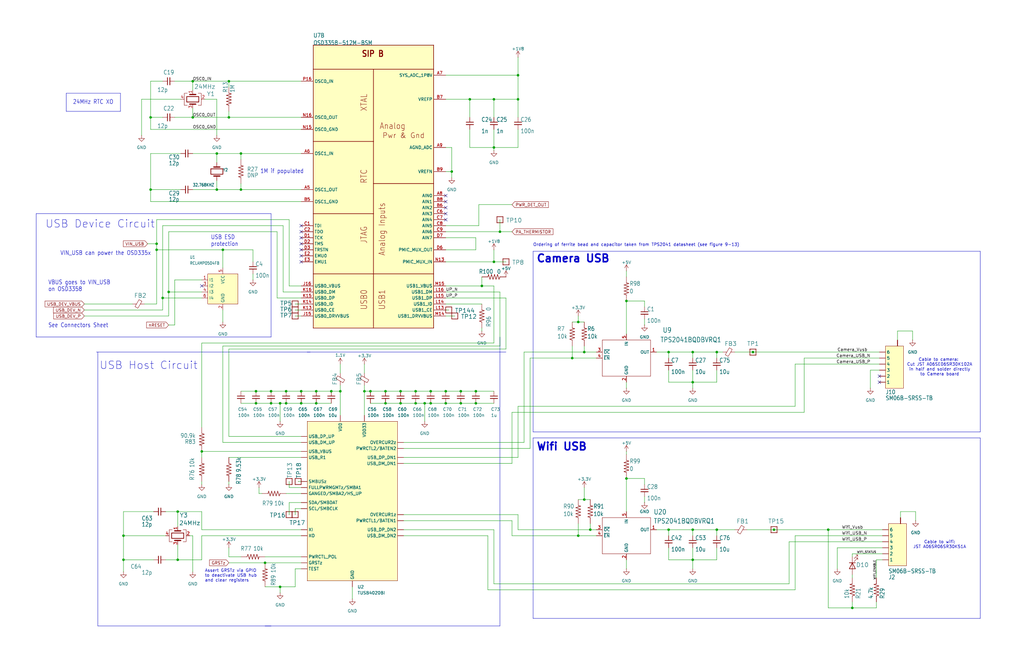
<source format=kicad_sch>
(kicad_sch (version 20250114) (generator "eeschema") (generator_version "9.0")
  (paper "B")
  (title_block (title "Oresat DxWifi Card") (date "2025-05-28") (rev "2"))
  (text "USB ESD\nprotection" (at 88.9 104.14 0) (effects (font (size 1.778 1.5113)) (justify left bottom)))
  (text "USB Device Circuit" (at 19.05 96.52 0) (effects (font (size 3.2385 3.2385)) (justify left bottom)))
  (text "VIN_USB can power the OSD335x" (at 25.4 107.95 0) (effects (font (size 1.778 1.5113)) (justify left bottom)))
  (text "24MHz RTC XO" (at 30.734 44.196 0) (effects (font (size 1.778 1.5113)) (justify left bottom)))
  (text "See Connectors Sheet" (at 20.32 138.43 0) (effects (font (size 1.778 1.5113)) (justify left bottom)))
  (text "Ordering of ferrite bead and capacitor taken from TPS2041 datasheet (see figure 9-13)" (at 224.79 104.14 0) (effects (font (size 1.27 1.27)) (justify left bottom)))
  (text "1M if populated" (at 109.728 73.406 0) (effects (font (size 1.778 1.5113)) (justify left bottom)))
  (text "USB Host Circuit" (at 41.91 156.21 0) (effects (font (size 3.2385 3.2385)) (justify left bottom)))
  (text "Cable to camera: \nCut JST A06SE06SR30K102A\nin half and solder directly\nto Camera board" (at 396.24 154.94 0) (effects (font (size 1.27 1.27))))
  (text "Cable to wifi:\nJST A06SR06SR30K51A" (at 396.24 229.87 0) (effects (font (size 1.27 1.27))))
  (text "VBUS goes to VIN_USB\non OSD3358" (at 20.32 123.19 0) (effects (font (size 1.778 1.5113)) (justify left bottom)))
  (text "Assert GRSTz via GPIO\nto deactivate USB hub \nand clear registers\n" (at 86.36 245.745 0) (effects (font (size 1.27 1.27)) (justify left bottom)))
  (text "Wifi USB\n" (at 226.06 190.5 0) (effects (font (size 3.2385 3.2385) (thickness 0.6477) (bold yes)) (justify left bottom)))
  (text "1.1" (at 560.07 443.23 0) (effects (font (size 3.81 3.2385)) (justify left bottom)))
  (text "Camera USB\n" (at 226.06 111.125 0) (effects (font (size 3.2385 3.2385) (thickness 0.6477) (bold yes)) (justify left bottom)))
  (junction (at 264.16 201.93))
  (junction (at 156.21 165.1))
  (junction (at 194.31 170.18))
  (junction (at 179.07 170.18))
  (junction (at 143.51 165.1))
  (junction (at 74.93 236.22))
  (junction (at 241.3 151.13))
  (junction (at 127 170.18))
  (junction (at 292.1 223.52))
  (junction (at 91.44 80.01))
  (junction (at 91.44 64.77))
  (junction (at 74.93 215.9))
  (junction (at 96.52 34.29))
  (junction (at 248.92 223.52))
  (junction (at 246.38 210.82))
  (junction (at 111.76 237.49))
  (junction (at 218.44 31.75))
  (junction (at 81.28 49.53))
  (junction (at 118.11 247.65))
  (junction (at 200.66 165.1))
  (junction (at 85.09 190.5))
  (junction (at 208.28 41.91))
  (junction (at 101.6 64.77))
  (junction (at 68.58 125.73))
  (junction (at 162.56 170.18))
  (junction (at 153.67 165.1))
  (junction (at 302.26 148.59))
  (junction (at 181.61 165.1))
  (junction (at 52.07 226.06))
  (junction (at 326.39 223.52))
  (junction (at 292.1 161.29))
  (junction (at 120.65 165.1))
  (junction (at 292.1 236.22))
  (junction (at 281.94 223.52))
  (junction (at 317.5 148.59))
  (junction (at 210.82 97.79))
  (junction (at 281.94 148.59))
  (junction (at 264.16 127))
  (junction (at 218.44 41.91))
  (junction (at 107.95 165.1))
  (junction (at 208.28 110.49))
  (junction (at 52.07 236.22))
  (junction (at 133.35 170.18))
  (junction (at 93.98 105.41))
  (junction (at 71.12 123.19))
  (junction (at 203.2 120.65))
  (junction (at 66.04 105.41))
  (junction (at 198.12 41.91))
  (junction (at 181.61 170.18))
  (junction (at 66.04 102.87))
  (junction (at 349.25 223.52))
  (junction (at 187.96 170.18))
  (junction (at 292.1 148.59))
  (junction (at 168.91 165.1))
  (junction (at 118.11 170.18))
  (junction (at 187.96 165.1))
  (junction (at 190.5 72.39))
  (junction (at 96.52 49.53))
  (junction (at 81.28 34.29))
  (junction (at 246.38 148.59))
  (junction (at 114.3 170.18))
  (junction (at 302.26 223.52))
  (junction (at 243.84 135.89))
  (junction (at 101.6 80.01))
  (junction (at 107.95 170.18))
  (junction (at 139.7 165.1))
  (junction (at 133.35 165.1))
  (junction (at 168.91 170.18))
  (junction (at 162.56 165.1))
  (junction (at 175.26 165.1))
  (junction (at 194.31 165.1))
  (junction (at 127 165.1))
  (junction (at 114.3 165.1))
  (junction (at 200.66 170.18))
  (junction (at 63.5 49.53))
  (junction (at 63.5 80.01))
  (junction (at 208.28 62.23))
  (junction (at 359.41 256.54))
  (junction (at 243.84 226.06))
  (junction (at 120.65 170.18))
  (junction (at 175.26 170.18))
  (no_connect (at 85.09 120.65))
  (no_connect (at 127 110.49))
  (no_connect (at 187.96 92.71))
  (no_connect (at 370.84 161.29))
  (no_connect (at 187.96 90.17))
  (no_connect (at 127 95.25))
  (no_connect (at 187.96 85.09))
  (no_connect (at 127 107.95))
  (no_connect (at 370.84 158.75))
  (no_connect (at 127 100.33))
  (no_connect (at 127 102.87))
  (no_connect (at 127 105.41))
  (no_connect (at 187.96 87.63))
  (no_connect (at 127 97.79))
  (no_connect (at 187.96 82.55))
  (wire (pts (xy 116.84 97.79) (xy 71.12 97.79)))
  (wire (pts (xy 203.2 128.27) (xy 187.96 128.27)))
  (wire (pts (xy 264.16 140.97) (xy 264.16 127)))
  (wire (pts (xy 127 205.74) (xy 121.92 205.74)))
  (wire (pts (xy 386.08 219.71) (xy 386.08 215.9)))
  (wire (pts (xy 292.1 148.59) (xy 292.1 151.13)))
  (wire (pts (xy 96.52 234.95) (xy 101.6 234.95)))
  (wire (pts (xy 201.93 86.36) (xy 215.9 86.36)))
  (wire (pts (xy 85.09 190.5) (xy 127 190.5)))
  (wire (pts (xy 181.61 165.1) (xy 187.96 165.1)))
  (wire (pts (xy 69.85 215.9) (xy 74.93 215.9)))
  (wire (pts (xy 246.38 205.74) (xy 246.38 210.82)))
  (wire (pts (xy 52.07 236.22) (xy 52.07 226.06)))
  (wire (pts (xy 66.04 105.41) (xy 66.04 102.87)))
  (wire (pts (xy 218.44 171.45) (xy 335.28 171.45)))
  (wire (pts (xy 201.93 95.25) (xy 201.93 86.36)))
  (polyline (pts (xy 111.76 264.16) (xy 210.82 264.16)))
  (wire (pts (xy 170.18 223.52) (xy 208.28 223.52)))
  (wire (pts (xy 213.36 147.32) (xy 213.36 125.73)))
  (wire (pts (xy 218.44 217.17) (xy 218.44 223.52)))
  (wire (pts (xy 271.78 134.62) (xy 271.78 137.16)))
  (wire (pts (xy 208.28 105.41) (xy 208.28 110.49)))
  (wire (pts (xy 85.09 144.78) (xy 208.28 144.78)))
  (wire (pts (xy 120.65 165.1) (xy 127 165.1)))
  (wire (pts (xy 349.25 256.54) (xy 349.25 223.52)))
  (wire (pts (xy 91.44 41.91) (xy 91.44 57.15)))
  (wire (pts (xy 302.26 148.59) (xy 302.26 151.13)))
  (wire (pts (xy 181.61 170.18) (xy 187.96 170.18)))
  (wire (pts (xy 215.9 226.06) (xy 243.84 226.06)))
  (wire (pts (xy 208.28 54.61) (xy 208.28 62.23)))
  (wire (pts (xy 74.93 215.9) (xy 85.09 215.9)))
  (wire (pts (xy 168.91 170.18) (xy 175.26 170.18)))
  (polyline (pts (xy 129.54 148.59) (xy 40.64 148.59)))
  (wire (pts (xy 378.46 139.7) (xy 378.46 143.51)))
  (wire (pts (xy 162.56 165.1) (xy 168.91 165.1)))
  (wire (pts (xy 213.36 110.49) (xy 208.28 110.49)))
  (wire (pts (xy 198.12 41.91) (xy 198.12 49.53)))
  (wire (pts (xy 271.78 204.47) (xy 271.78 201.93)))
  (polyline (pts (xy 213.36 148.59) (xy 129.54 148.59)))
  (wire (pts (xy 127 226.06) (xy 85.09 226.06)))
  (wire (pts (xy 281.94 151.13) (xy 281.94 148.59)))
  (wire (pts (xy 153.67 162.56) (xy 153.67 165.1)))
  (wire (pts (xy 264.16 215.9) (xy 264.16 201.93)))
  (wire (pts (xy 370.84 156.21) (xy 367.03 156.21)))
  (wire (pts (xy 353.06 231.14) (xy 372.11 231.14)))
  (wire (pts (xy 243.84 135.89) (xy 246.38 135.89)))
  (wire (pts (xy 271.78 127) (xy 264.16 127)))
  (wire (pts (xy 153.67 165.1) (xy 156.21 165.1)))
  (wire (pts (xy 127 120.65) (xy 121.92 120.65)))
  (wire (pts (xy 359.41 234.95) (xy 359.41 233.68)))
  (wire (pts (xy 91.44 80.01) (xy 81.28 80.01)))
  (wire (pts (xy 335.28 226.06) (xy 372.11 226.06)))
  (wire (pts (xy 200.66 100.33) (xy 200.66 105.41)))
  (wire (pts (xy 68.58 49.53) (xy 63.5 49.53)))
  (wire (pts (xy 218.44 223.52) (xy 248.92 223.52)))
  (wire (pts (xy 243.84 210.82) (xy 246.38 210.82)))
  (wire (pts (xy 73.66 49.53) (xy 81.28 49.53)))
  (wire (pts (xy 187.96 72.39) (xy 190.5 72.39)))
  (wire (pts (xy 162.56 170.18) (xy 168.91 170.18)))
  (polyline (pts (xy 210.82 264.16) (xy 210.82 142.24)))
  (wire (pts (xy 170.18 219.71) (xy 215.9 219.71)))
  (wire (pts (xy 80.01 226.06) (xy 81.28 226.06)))
  (wire (pts (xy 175.26 170.18) (xy 179.07 170.18)))
  (wire (pts (xy 91.44 64.77) (xy 81.28 64.77)))
  (wire (pts (xy 200.66 165.1) (xy 208.28 165.1)))
  (polyline (pts (xy 50.8 39.37) (xy 27.94 39.37)))
  (wire (pts (xy 133.35 170.18) (xy 139.7 170.18)))
  (wire (pts (xy 187.96 95.25) (xy 201.93 95.25)))
  (wire (pts (xy 156.21 165.1) (xy 162.56 165.1)))
  (polyline (pts (xy 224.79 106.045) (xy 224.79 182.245)))
  (wire (pts (xy 302.26 223.52) (xy 302.26 226.06)))
  (wire (pts (xy 121.92 92.71) (xy 66.04 92.71)))
  (wire (pts (xy 335.28 248.92) (xy 335.28 226.06)))
  (wire (pts (xy 91.44 76.2) (xy 91.44 80.01)))
  (wire (pts (xy 81.28 45.72) (xy 81.28 49.53)))
  (wire (pts (xy 120.65 170.18) (xy 127 170.18)))
  (wire (pts (xy 281.94 161.29) (xy 292.1 161.29)))
  (wire (pts (xy 63.5 64.77) (xy 76.2 64.77)))
  (wire (pts (xy 205.74 248.92) (xy 335.28 248.92)))
  (wire (pts (xy 85.09 203.2) (xy 85.09 204.47)))
  (wire (pts (xy 116.84 125.73) (xy 116.84 97.79)))
  (wire (pts (xy 302.26 156.21) (xy 302.26 161.29)))
  (wire (pts (xy 71.12 123.19) (xy 85.09 123.19)))
  (wire (pts (xy 139.7 165.1) (xy 143.51 165.1)))
  (wire (pts (xy 187.96 100.33) (xy 200.66 100.33)))
  (wire (pts (xy 60.96 128.27) (xy 66.04 128.27)))
  (wire (pts (xy 220.98 148.59) (xy 220.98 186.69)))
  (polyline (pts (xy 114.3 142.24) (xy 114.3 90.17)))
  (wire (pts (xy 281.94 148.59) (xy 292.1 148.59)))
  (wire (pts (xy 281.94 226.06) (xy 281.94 223.52)))
  (wire (pts (xy 369.57 236.22) (xy 372.11 236.22)))
  (wire (pts (xy 187.96 31.75) (xy 218.44 31.75)))
  (wire (pts (xy 106.68 105.41) (xy 93.98 105.41)))
  (wire (pts (xy 127 212.09) (xy 121.92 212.09)))
  (wire (pts (xy 96.52 36.83) (xy 96.52 34.29)))
  (wire (pts (xy 205.74 226.06) (xy 205.74 248.92)))
  (wire (pts (xy 187.96 165.1) (xy 194.31 165.1)))
  (wire (pts (xy 187.96 41.91) (xy 198.12 41.91)))
  (wire (pts (xy 248.92 223.52) (xy 248.92 220.98)))
  (wire (pts (xy 93.98 146.05) (xy 210.82 146.05)))
  (wire (pts (xy 63.5 80.01) (xy 63.5 85.09)))
  (wire (pts (xy 96.52 147.32) (xy 213.36 147.32)))
  (wire (pts (xy 208.28 62.23) (xy 218.44 62.23)))
  (wire (pts (xy 349.25 223.52) (xy 372.11 223.52)))
  (wire (pts (xy 127 54.61) (xy 63.5 54.61)))
  (wire (pts (xy 187.96 62.23) (xy 190.5 62.23)))
  (wire (pts (xy 85.09 226.06) (xy 85.09 236.22)))
  (wire (pts (xy 292.1 236.22) (xy 302.26 236.22)))
  (wire (pts (xy 63.5 49.53) (xy 63.5 34.29)))
  (wire (pts (xy 52.07 215.9) (xy 64.77 215.9)))
  (polyline (pts (xy 114.3 90.17) (xy 15.24 90.17)))
  (wire (pts (xy 218.44 31.75) (xy 218.44 41.91)))
  (wire (pts (xy 187.96 170.18) (xy 194.31 170.18)))
  (polyline (pts (xy 224.79 184.785) (xy 224.79 260.985)))
  (wire (pts (xy 349.25 256.54) (xy 359.41 256.54)))
  (wire (pts (xy 127 214.63) (xy 124.46 214.63)))
  (wire (pts (xy 168.91 165.1) (xy 175.26 165.1)))
  (wire (pts (xy 106.68 105.41) (xy 106.68 110.49)))
  (wire (pts (xy 187.96 133.35) (xy 191.77 133.35)))
  (wire (pts (xy 96.52 231.14) (xy 96.52 234.95)))
  (wire (pts (xy 124.46 240.03) (xy 124.46 247.65)))
  (wire (pts (xy 194.31 165.1) (xy 200.66 165.1)))
  (wire (pts (xy 68.58 34.29) (xy 63.5 34.29)))
  (wire (pts (xy 218.44 24.13) (xy 218.44 31.75)))
  (wire (pts (xy 264.16 190.5) (xy 264.16 191.77)))
  (wire (pts (xy 81.28 34.29) (xy 81.28 38.1)))
  (wire (pts (xy 156.21 170.18) (xy 162.56 170.18)))
  (wire (pts (xy 332.74 228.6) (xy 372.11 228.6)))
  (wire (pts (xy 52.07 236.22) (xy 52.07 241.3)))
  (wire (pts (xy 241.3 151.13) (xy 251.46 151.13)))
  (wire (pts (xy 111.76 247.65) (xy 118.11 247.65)))
  (wire (pts (xy 127 64.77) (xy 101.6 64.77)))
  (wire (pts (xy 292.1 223.52) (xy 302.26 223.52)))
  (wire (pts (xy 276.86 223.52) (xy 281.94 223.52)))
  (polyline (pts (xy 15.24 90.17) (xy 15.24 142.24)))
  (wire (pts (xy 292.1 148.59) (xy 302.26 148.59)))
  (wire (pts (xy 369.57 254) (xy 369.57 256.54)))
  (wire (pts (xy 218.44 41.91) (xy 218.44 49.53)))
  (wire (pts (xy 359.41 256.54) (xy 359.41 254)))
  (wire (pts (xy 124.46 214.63) (xy 124.46 217.17)))
  (wire (pts (xy 52.07 226.06) (xy 52.07 215.9)))
  (wire (pts (xy 353.06 231.14) (xy 353.06 240.03)))
  (wire (pts (xy 118.11 247.65) (xy 118.11 250.19)))
  (wire (pts (xy 281.94 156.21) (xy 281.94 161.29)))
  (wire (pts (xy 114.3 170.18) (xy 118.11 170.18)))
  (wire (pts (xy 243.84 226.06) (xy 251.46 226.06)))
  (wire (pts (xy 143.51 165.1) (xy 143.51 175.26)))
  (wire (pts (xy 326.39 223.52) (xy 349.25 223.52)))
  (wire (pts (xy 215.9 219.71) (xy 215.9 226.06)))
  (wire (pts (xy 96.52 184.15) (xy 96.52 147.32)))
  (wire (pts (xy 91.44 80.01) (xy 101.6 80.01)))
  (wire (pts (xy 292.1 236.22) (xy 292.1 240.03)))
  (wire (pts (xy 107.95 165.1) (xy 114.3 165.1)))
  (wire (pts (xy 59.69 41.91) (xy 76.2 41.91)))
  (wire (pts (xy 109.22 205.74) (xy 109.22 208.28)))
  (wire (pts (xy 332.74 246.38) (xy 332.74 228.6)))
  (wire (pts (xy 81.28 226.06) (xy 81.28 241.3)))
  (wire (pts (xy 81.28 34.29) (xy 96.52 34.29)))
  (wire (pts (xy 170.18 189.23) (xy 223.52 189.23)))
  (wire (pts (xy 190.5 62.23) (xy 190.5 72.39)))
  (wire (pts (xy 96.52 184.15) (xy 127 184.15)))
  (wire (pts (xy 220.98 148.59) (xy 246.38 148.59)))
  (wire (pts (xy 203.2 116.84) (xy 203.2 120.65)))
  (wire (pts (xy 384.81 139.7) (xy 384.81 143.51)))
  (wire (pts (xy 93.98 105.41) (xy 66.04 105.41)))
  (wire (pts (xy 62.23 102.87) (xy 66.04 102.87)))
  (polyline (pts (xy 224.79 260.985) (xy 413.385 260.985)))
  (wire (pts (xy 74.93 229.87) (xy 74.93 236.22)))
  (wire (pts (xy 96.52 193.04) (xy 127 193.04)))
  (wire (pts (xy 379.73 215.9) (xy 386.08 215.9)))
  (wire (pts (xy 93.98 105.41) (xy 93.98 113.03)))
  (wire (pts (xy 170.18 195.58) (xy 215.9 195.58)))
  (wire (pts (xy 223.52 151.13) (xy 241.3 151.13)))
  (wire (pts (xy 93.98 186.69) (xy 93.98 146.05)))
  (wire (pts (xy 208.28 120.65) (xy 208.28 144.78)))
  (wire (pts (xy 208.28 223.52) (xy 208.28 246.38)))
  (wire (pts (xy 124.46 240.03) (xy 127 240.03)))
  (wire (pts (xy 335.28 171.45) (xy 335.28 153.67)))
  (wire (pts (xy 248.92 223.52) (xy 251.46 223.52)))
  (wire (pts (xy 121.92 212.09) (xy 121.92 217.17)))
  (wire (pts (xy 86.36 41.91) (xy 91.44 41.91)))
  (wire (pts (xy 384.81 139.7) (xy 378.46 139.7)))
  (wire (pts (xy 187.96 125.73) (xy 213.36 125.73)))
  (wire (pts (xy 246.38 148.59) (xy 246.38 146.05)))
  (wire (pts (xy 143.51 153.67) (xy 143.51 157.48)))
  (wire (pts (xy 127 125.73) (xy 116.84 125.73)))
  (wire (pts (xy 271.78 129.54) (xy 271.78 127)))
  (wire (pts (xy 68.58 125.73) (xy 85.09 125.73)))
  (wire (pts (xy 85.09 223.52) (xy 127 223.52)))
  (wire (pts (xy 281.94 223.52) (xy 292.1 223.52)))
  (wire (pts (xy 198.12 62.23) (xy 208.28 62.23)))
  (wire (pts (xy 127 80.01) (xy 101.6 80.01)))
  (polyline (pts (xy 224.79 106.045) (xy 413.385 106.045)))
  (wire (pts (xy 111.76 234.95) (xy 127 234.95)))
  (wire (pts (xy 63.5 80.01) (xy 76.2 80.01)))
  (wire (pts (xy 302.26 148.59) (xy 304.8 148.59)))
  (wire (pts (xy 292.1 156.21) (xy 292.1 161.29)))
  (wire (pts (xy 85.09 180.34) (xy 85.09 144.78)))
  (wire (pts (xy 35.56 133.35) (xy 71.12 133.35)))
  (wire (pts (xy 179.07 170.18) (xy 179.07 177.8)))
  (wire (pts (xy 314.96 223.52) (xy 326.39 223.52)))
  (wire (pts (xy 276.86 148.59) (xy 281.94 148.59)))
  (wire (pts (xy 175.26 165.1) (xy 181.61 165.1)))
  (polyline (pts (xy 129.54 148.59) (xy 130.81 148.59)))
  (wire (pts (xy 292.1 223.52) (xy 292.1 226.06)))
  (wire (pts (xy 359.41 233.68) (xy 372.11 233.68)))
  (wire (pts (xy 200.66 105.41) (xy 187.96 105.41)))
  (wire (pts (xy 121.92 205.74) (xy 121.92 203.2)))
  (wire (pts (xy 243.84 220.98) (xy 243.84 226.06)))
  (polyline (pts (xy 41.275 264.16) (xy 114.3 264.16)))
  (wire (pts (xy 85.09 190.5) (xy 85.09 193.04)))
  (wire (pts (xy 200.66 170.18) (xy 208.28 170.18)))
  (wire (pts (xy 96.52 49.53) (xy 96.52 46.99)))
  (wire (pts (xy 93.98 186.69) (xy 127 186.69)))
  (wire (pts (xy 73.66 118.11) (xy 85.09 118.11)))
  (wire (pts (xy 179.07 170.18) (xy 181.61 170.18)))
  (wire (pts (xy 127 123.19) (xy 119.38 123.19)))
  (wire (pts (xy 68.58 95.25) (xy 68.58 125.73)))
  (wire (pts (xy 208.28 49.53) (xy 208.28 41.91)))
  (wire (pts (xy 96.52 203.2) (xy 96.52 204.47)))
  (wire (pts (xy 125.73 203.2) (xy 127 203.2)))
  (wire (pts (xy 66.04 105.41) (xy 66.04 128.27)))
  (wire (pts (xy 101.6 170.18) (xy 107.95 170.18)))
  (wire (pts (xy 243.84 135.89) (xy 243.84 133.35)))
  (wire (pts (xy 52.07 226.06) (xy 69.85 226.06)))
  (wire (pts (xy 93.98 130.81) (xy 93.98 135.89)))
  (wire (pts (xy 210.82 146.05) (xy 210.82 123.19)))
  (wire (pts (xy 339.09 151.13) (xy 339.09 173.99)))
  (wire (pts (xy 101.6 77.47) (xy 101.6 80.01)))
  (wire (pts (xy 110.49 208.28) (xy 109.22 208.28)))
  (wire (pts (xy 335.28 153.67) (xy 370.84 153.67)))
  (wire (pts (xy 309.88 223.52) (xy 302.26 223.52)))
  (wire (pts (xy 264.16 163.83) (xy 264.16 161.29)))
  (wire (pts (xy 264.16 114.3) (xy 264.16 116.84)))
  (wire (pts (xy 91.44 64.77) (xy 91.44 68.58)))
  (wire (pts (xy 215.9 173.99) (xy 339.09 173.99)))
  (polyline (pts (xy 50.8 46.99) (xy 50.8 39.37)))
  (wire (pts (xy 369.57 256.54) (xy 359.41 256.54)))
  (wire (pts (xy 74.93 215.9) (xy 74.93 222.25)))
  (wire (pts (xy 101.6 165.1) (xy 107.95 165.1)))
  (wire (pts (xy 71.12 97.79) (xy 71.12 123.19)))
  (wire (pts (xy 73.66 34.29) (xy 81.28 34.29)))
  (wire (pts (xy 369.57 243.84) (xy 369.57 236.22)))
  (wire (pts (xy 208.28 62.23) (xy 208.28 63.5)))
  (wire (pts (xy 210.82 92.71) (xy 210.82 97.79)))
  (polyline (pts (xy 41.275 148.59) (xy 41.275 264.16)))
  (wire (pts (xy 66.04 92.71) (xy 66.04 102.87)))
  (wire (pts (xy 52.07 236.22) (xy 64.77 236.22)))
  (wire (pts (xy 118.11 247.65) (xy 124.46 247.65)))
  (polyline (pts (xy 224.79 184.785) (xy 413.385 184.785)))
  (wire (pts (xy 96.52 49.53) (xy 127 49.53)))
  (wire (pts (xy 218.44 171.45) (xy 218.44 193.04)))
  (wire (pts (xy 203.2 120.65) (xy 208.28 120.65)))
  (wire (pts (xy 292.1 231.14) (xy 292.1 236.22)))
  (wire (pts (xy 170.18 186.69) (xy 220.98 186.69)))
  (wire (pts (xy 127 34.29) (xy 96.52 34.29)))
  (wire (pts (xy 124.46 128.27) (xy 127 128.27)))
  (wire (pts (xy 35.56 130.81) (xy 68.58 130.81)))
  (wire (pts (xy 114.3 165.1) (xy 120.65 165.1)))
  (wire (pts (xy 127 165.1) (xy 133.35 165.1)))
  (wire (pts (xy 69.85 236.22) (xy 74.93 236.22)))
  (wire (pts (xy 63.5 54.61) (xy 63.5 49.53)))
  (wire (pts (xy 74.93 236.22) (xy 85.09 236.22)))
  (wire (pts (xy 119.38 95.25) (xy 68.58 95.25)))
  (polyline (pts (xy 27.94 39.37) (xy 27.94 46.99)))
  (wire (pts (xy 101.6 67.31) (xy 101.6 64.77)))
  (wire (pts (xy 208.28 246.38) (xy 332.74 246.38)))
  (wire (pts (xy 170.18 217.17) (xy 218.44 217.17)))
  (polyline (pts (xy 15.24 142.24) (xy 114.3 142.24)))
  (wire (pts (xy 59.69 41.91) (xy 59.69 57.15)))
  (wire (pts (xy 124.46 130.81) (xy 127 130.81)))
  (wire (pts (xy 367.03 156.21) (xy 367.03 163.83)))
  (wire (pts (xy 271.78 209.55) (xy 271.78 212.09)))
  (wire (pts (xy 241.3 146.05) (xy 241.3 151.13)))
  (wire (pts (xy 215.9 173.99) (xy 215.9 195.58)))
  (wire (pts (xy 359.41 243.84) (xy 359.41 242.57)))
  (wire (pts (xy 111.76 237.49) (xy 127 237.49)))
  (wire (pts (xy 198.12 41.91) (xy 208.28 41.91)))
  (wire (pts (xy 309.88 148.59) (xy 317.5 148.59)))
  (wire (pts (xy 119.38 123.19) (xy 119.38 95.25)))
  (wire (pts (xy 292.1 163.83) (xy 292.1 161.29)))
  (wire (pts (xy 120.65 208.28) (xy 127 208.28)))
  (wire (pts (xy 118.11 170.18) (xy 118.11 177.8)))
  (wire (pts (xy 127 170.18) (xy 133.35 170.18)))
  (wire (pts (xy 281.94 231.14) (xy 281.94 236.22)))
  (wire (pts (xy 153.67 165.1) (xy 153.67 175.26)))
  (wire (pts (xy 208.28 41.91) (xy 218.44 41.91)))
  (wire (pts (xy 81.28 49.53) (xy 96.52 49.53)))
  (wire (pts (xy 246.38 210.82) (xy 248.92 210.82)))
  (wire (pts (xy 96.52 237.49) (xy 111.76 237.49)))
  (wire (pts (xy 264.16 236.22) (xy 264.16 240.03)))
  (wire (pts (xy 271.78 201.93) (xy 264.16 201.93)))
  (wire (pts (xy 281.94 236.22) (xy 292.1 236.22)))
  (wire (pts (xy 218.44 54.61) (xy 218.44 62.23)))
  (polyline (pts (xy 413.385 260.985) (xy 413.385 184.785)))
  (wire (pts (xy 223.52 151.13) (xy 223.52 189.23)))
  (wire (pts (xy 101.6 64.77) (xy 91.44 64.77)))
  (wire (pts (xy 106.68 115.57) (xy 106.68 118.11)))
  (wire (pts (xy 208.28 110.49) (xy 187.96 110.49)))
  (wire (pts (xy 292.1 161.29) (xy 302.26 161.29)))
  (wire (pts (xy 241.3 135.89) (xy 243.84 135.89)))
  (wire (pts (xy 71.12 123.19) (xy 71.12 133.35)))
  (wire (pts (xy 107.95 170.18) (xy 114.3 170.18)))
  (wire (pts (xy 121.92 120.65) (xy 121.92 92.71)))
  (wire (pts (xy 190.5 72.39) (xy 190.5 74.93)))
  (wire (pts (xy 153.67 153.67) (xy 153.67 157.48)))
  (wire (pts (xy 194.31 170.18) (xy 200.66 170.18)))
  (wire (pts (xy 187.96 120.65) (xy 203.2 120.65)))
  (wire (pts (xy 339.09 151.13) (xy 370.84 151.13)))
  (wire (pts (xy 143.51 162.56) (xy 143.51 165.1)))
  (wire (pts (xy 73.66 118.11) (xy 73.66 137.16)))
  (wire (pts (xy 170.18 193.04) (xy 218.44 193.04)))
  (wire (pts (xy 63.5 85.09) (xy 127 85.09)))
  (wire (pts (xy 68.58 125.73) (xy 68.58 130.81)))
  (wire (pts (xy 63.5 64.77) (xy 63.5 80.01)))
  (wire (pts (xy 133.35 165.1) (xy 139.7 165.1)))
  (polyline (pts (xy 224.79 182.245) (xy 413.385 182.245)))
  (wire (pts (xy 187.96 123.19) (xy 210.82 123.19)))
  (wire (pts (xy 35.56 128.27) (xy 55.88 128.27)))
  (wire (pts (xy 251.46 148.59) (xy 246.38 148.59)))
  (wire (pts (xy 118.11 170.18) (xy 120.65 170.18)))
  (wire (pts (xy 210.82 97.79) (xy 187.96 97.79)))
  (wire (pts (xy 170.18 226.06) (xy 205.74 226.06)))
  (wire (pts (xy 379.73 215.9) (xy 379.73 218.44)))
  (polyline (pts (xy 413.385 182.245) (xy 413.385 106.045)))
  (wire (pts (xy 302.26 231.14) (xy 302.26 236.22)))
  (wire (pts (xy 85.09 215.9) (xy 85.09 223.52)))
  (wire (pts (xy 124.46 133.35) (xy 127 133.35)))
  (wire (pts (xy 198.12 54.61) (xy 198.12 62.23)))
  (wire (pts (xy 203.2 139.7) (xy 203.2 138.43)))
  (polyline (pts (xy 27.94 46.99) (xy 50.8 46.99)))
  (wire (pts (xy 148.59 247.65) (xy 148.59 252.73)))
  (wire (pts (xy 187.96 130.81) (xy 189.23 130.81)))
  (wire (pts (xy 73.66 137.16) (xy 71.12 137.16)))
  (wire (pts (xy 215.9 97.79) (xy 210.82 97.79)))
  (wire (pts (xy 317.5 148.59) (xy 370.84 148.59)))
  (label "Camera_USB_N" (at 367.03 151.13 180))
  (label "OSC0_GND" (at 81.28 54.61 0) (effects (font (size 1.2446 1.2446))))
  (label "OSC0_OUT" (at 81.28 49.53 0) (effects (font (size 1.2446 1.2446))))
  (label "Camera_USB_P" (at 367.03 153.67 180))
  (label "Camera_Vusb" (at 353.06 148.59 0))
  (label "Wifi_Vusb" (at 354.965 223.52 0))
  (label "Wifi_USB_N" (at 354.965 226.06 0))
  (label "Wifi_USB_P" (at 354.965 228.6 0))
  (label "WIFI_STATUS" (at 361.315 233.68 0) (effects (font (size 0.889 0.889))))
  (label "UP_P" (at 187.96 125.73 0))
  (label "WIFI_ENABLE" (at 369.57 236.22 270) (effects (font (size 0.889 0.889))))
  (label "OSC0_IN" (at 81.28 34.29 0) (effects (font (size 1.2446 1.2446))))
  (label "UP_N" (at 187.96 123.19 0))
  (global_label "PA_THERMISTOR" (shape input) (at 215.9 97.79 0) (property "Intersheetrefs" "${INTERSHEET_REFS}" (at 233.7623 97.79 0) (effects (font (size 0.889 0.889)) (justify left))))
  (global_label "nRESET" (shape input) (at 71.12 137.16 180) (property "Intersheetrefs" "${INTERSHEET_REFS}" (at 61.2407 137.16 0) (effects (justify right))))
  (global_label "GRSTz" (shape input) (at 96.52 237.49 180) (property "Intersheetrefs" "${INTERSHEET_REFS}" (at 88.3617 237.4106 0) (effects (justify right))))
  (global_label "USB_DEV_VBUS" (shape input) (at 35.56 128.27 180) (property "Intersheetrefs" "${INTERSHEET_REFS}" (at 18.4234 128.27 0) (effects (font (size 0.9957 0.9957)) (justify right))))
  (global_label "VIN_USB" (shape input) (at 62.23 102.87 180) (property "Intersheetrefs" "${INTERSHEET_REFS}" (at 51.4433 102.87 0) (effects (font (size 1.2446 1.2446)) (justify right))))
  (global_label "USB_DEV_P" (shape input) (at 35.56 133.35 180) (property "Intersheetrefs" "${INTERSHEET_REFS}" (at 22.052 133.35 0) (effects (font (size 0.9957 0.9957)) (justify right))))
  (global_label "PWR_DET_OUT" (shape input) (at 215.9 86.36 0) (property "Intersheetrefs" "${INTERSHEET_REFS}" (at 231.827 86.36 0) (effects (justify left))))
  (global_label "USB_DEV_N" (shape input) (at 35.56 130.81 180) (property "Intersheetrefs" "${INTERSHEET_REFS}" (at 21.9915 130.81 0) (effects (font (size 0.9957 0.9957)) (justify right))))
  (symbol (lib_id "oresat-misc:Test-Point-1mm-round") (at 124.46 217.17 270) (unit 1)
    (property "Reference" "TP17" (at 121.92 221.615 90) (effects (font (size 1.778 1.778)) (justify left bottom)))
    (property "Value" "TEST-POINT3X4" (effects (hide yes)))
    (property "Footprint" "oresat-misc:TestPoint_Pad_D1.0mm" (effects (hide yes)))
  )
  (symbol (lib_id "power:GND") (at 208.28 63.5 0) (unit 1)
    (property "Reference" "#PWR53" (effects (hide yes)))
    (property "Value" "GND" (at 208.28 68.58 0))
    (property "Description" "Power symbol creates a global label with name \"GND\" , ground" (effects (hide yes)))
  )
  (symbol (lib_id "oresat-misc:Test-Point-1mm-round") (at 124.46 128.27 90) (unit 1)
    (property "Reference" "TP5" (at 123.19 127 90) (effects (font (size 1.778 1.778)) (justify left bottom)))
    (property "Value" "TEST-POINT3X4" (effects (hide yes)))
    (property "Footprint" "oresat-misc:TestPoint_Pad_D1.0mm" (effects (hide yes)))
  )
  (symbol (lib_id "oresat-ics:TPS2041BQDBVRQ1") (at 264.16 148.59 0) (unit 1)
    (property "Reference" "U9" (at 279.4 140.462 0) (effects (font (size 2.0828 1.7703)) (justify left bottom)))
    (property "Value" "TPS2041BQDBVRQ1" (at 278.384 144.526 0) (effects (font (size 2.0828 1.7703)) (justify left bottom)))
    (property "Footprint" "oresat-live-card:DBV5" (effects (hide yes)))
    (property "Datasheet" "https://www.ti.com/lit/ds/symlink/tps2041b-q1.pdf?HQS=dis-dk-null-digikeymode-dsf-pf-null-wwe&ts=1651525711603&ref_url=https%253A%252F%252Fwww.ti.com%252Fgeneral%252Fdocs%252Fsuppproductinfo.tsp%253FdistId%253D10%2526gotoUrl%253Dhttps%253A%252F%252Fwww.ti.com%252Flit%252Fgpn%252Ftps2041b-q1" (effects (hide yes)))
    (property "Description" "IC PWR SWITCH N-CHAN 1:1 SOT23-5" (effects (hide yes)))
    (property "Distributor" "DigiKey" (effects (hide yes)))
    (property "MPN" "TPS2041BQDBVRQ1 " (effects (hide yes)))
    (property "DPN" "296-25159-1-ND " (effects (hide yes)))
    (property "MFR" "Texas Instruments " (effects (hide yes)))
  )
  (symbol (lib_id "oresat-passives:R-US") (at 111.76 242.57 90) (unit 1)
    (property "Reference" "R89" (at 114.3 242.57 0) (effects (font (size 1.778 1.5113)) (justify right top)))
    (property "Value" "10k" (at 114.3 237.49 0) (effects (font (size 1.778 1.5113)) (justify right top)))
    (property "Footprint" "Resistor_SMD:R_0603_1608Metric" (effects (hide yes)))
    (property "Description" "RES SMD 10K OHM 1% 1/10W 0603" (effects (hide yes)))
    (property "Distributor" "DigiKey" (effects (hide yes)))
    (property "MPN" "ERJ-3EKF1002V" (effects (hide yes)))
    (property "DPN" "P10.0KHCT-ND " (effects (hide yes)))
    (property "MFR" "Panasonic " (effects (hide yes)))
  )
  (symbol (lib_id "Device:C_Small") (at 133.35 167.64 0) (unit 1)
    (property "Reference" "C67" (at 132.08 172.72 0) (effects (justify left)))
    (property "Value" "100n" (at 132.08 175.26 0) (effects (justify left)))
    (property "Footprint" "Resistor_SMD:R_0603_1608Metric" (effects (hide yes)))
    (property "Description" "CAP CER 0.1UF 25V X7R 0603" (effects (hide yes)))
    (property "Distributor" "DigiKey" (effects (hide yes)))
    (property "MPN" "CGA3E2X7R1E104K080AA " (effects (hide yes)))
    (property "DPN" "445-5667-1-ND " (effects (hide yes)))
    (property "MFR" "TDK Corporation " (effects (hide yes)))
  )
  (symbol (lib_id "oresat-passives:R-US") (at 264.16 121.92 90) (unit 1)
    (property "Reference" "R98" (at 265.43 120.65 90) (effects (font (size 1.778 1.5113)) (justify right top)))
    (property "Value" "0" (at 265.43 121.92 90) (effects (font (size 1.778 1.5113)) (justify right bottom)))
    (property "Footprint" "Resistor_SMD:R_0603_1608Metric" (effects (hide yes)))
    (property "Description" "RES SMD 0 OHM JUMPER 1/10W 0603" (effects (hide yes)))
    (property "Distributor" "DigiKey" (effects (hide yes)))
    (property "MPN" "ERJ-3GEY0R00V " (effects (hide yes)))
    (property "DPN" "P0.0GCT-ND " (effects (hide yes)))
    (property "MFR" "Panasonic " (effects (hide yes)))
  )
  (symbol (lib_id "power:GND") (at 384.81 143.51 0) (unit 1)
    (property "Reference" "#PWR60" (effects (hide yes)))
    (property "Value" "GND" (at 384.81 148.59 0))
    (property "Description" "Power symbol creates a global label with name \"GND\" , ground" (effects (hide yes)))
  )
  (symbol (lib_id "oresat-ics:TPS2041BQDBVRQ1") (at 264.16 223.52 0) (unit 1)
    (property "Reference" "U20" (at 275.59 217.17 0) (effects (font (size 2.0828 1.7703)) (justify left bottom)))
    (property "Value" "TPS2041BQDBVRQ1" (at 275.59 220.98 0) (effects (font (size 2.0828 1.7703)) (justify left bottom)))
    (property "Footprint" "oresat-live-card:DBV5" (effects (hide yes)))
    (property "Datasheet" "https://www.ti.com/lit/ds/symlink/tps2041b-q1.pdf?HQS=dis-dk-null-digikeymode-dsf-pf-null-wwe&ts=1651525711603&ref_url=https%253A%252F%252Fwww.ti.com%252Fgeneral%252Fdocs%252Fsuppproductinfo.tsp%253FdistId%253D10%2526gotoUrl%253Dhttps%253A%252F%252Fwww.ti.com%252Flit%252Fgpn%252Ftps2041b-q1" (effects (hide yes)))
    (property "Description" "IC PWR SWITCH N-CHAN 1:1 SOT23-5" (effects (hide yes)))
    (property "Distributor" "DigiKey" (effects (hide yes)))
    (property "MPN" "TPS2041BQDBVRQ1 " (effects (hide yes)))
    (property "DPN" "296-25159-1-ND " (effects (hide yes)))
    (property "MFR" "Texas Instruments " (effects (hide yes)))
  )
  (symbol (lib_id "oresat-passives:R-US") (at 96.52 198.12 270) (unit 1)
    (property "Reference" "R78" (at 101.6 204.47 0) (effects (font (size 1.778 1.5113)) (justify right top)))
    (property "Value" "9.53k" (at 101.6 199.39 0) (effects (font (size 1.778 1.5113)) (justify right top)))
    (property "Footprint" "Resistor_SMD:R_0603_1608Metric" (effects (hide yes)))
    (property "Description" "RES 9.53K OHM 1% 1/10W 0603" (effects (hide yes)))
    (property "Distributor" "DigiKey" (effects (hide yes)))
    (property "MPN" "ERJ-3EKF9531V " (effects (hide yes)))
    (property "DPN" "P9.53KHCT-ND " (effects (hide yes)))
    (property "MFR" "Panasonic " (effects (hide yes)))
  )
  (symbol (lib_id "oresat-connectors:SM06B-SRSS-TB(LF)(SN)") (at 379.73 231.14 0) (mirror x) (unit 1)
    (property "Reference" "J2" (at 374.65 242.57 0) (effects (font (size 1.778 1.5113)) (justify left bottom)))
    (property "Value" "SM06B-SRSS-TB" (at 374.65 240.03 0) (effects (font (size 1.778 1.5113)) (justify left bottom)))
    (property "Footprint" "oresat-live-card:CONN_SM06B-SRSS-TB_JST" (effects (hide yes)))
    (property "Description" "CONN HEADER SMD R/A 6POS 1MM" (effects (hide yes)))
    (property "MPN" "SM06B-SRSS-TB(LF)(SN)" (effects (hide yes)))
    (property "Distributor" "Mouser" (effects (hide yes)))
    (property "DPN" "306-M06BSRSSTBLFSNPP" (effects (hide yes)))
    (property "MFR" "JST Commercial " (effects (hide yes)))
  )
  (symbol (lib_id "power:+5V") (at 264.16 114.3 0) (unit 1)
    (property "Reference" "#PWR0170" (effects (hide yes)))
    (property "Value" "+5V" (at 264.16 110.744 0))
    (property "Description" "Power symbol creates a global label with name \"+5V\"" (effects (hide yes)))
  )
  (symbol (lib_id "Device:C_Small") (at 292.1 153.67 0) (unit 1)
    (property "Reference" "C27" (at 293.116 153.035 0) (effects (font (size 1.778 1.5113)) (justify left bottom)))
    (property "Value" "10u" (at 293.116 157.861 0) (effects (font (size 1.778 1.5113)) (justify left bottom)))
    (property "Footprint" "Resistor_SMD:R_0805_2012Metric" (effects (hide yes)))
    (property "Description" "CAP CER 10UF 16V X7S 0805" (effects (hide yes)))
    (property "Distributor" "DigiKey" (effects (hide yes)))
    (property "MPN" "CGA4J1X7S1C106M125AC " (effects (hide yes)))
    (property "DPN" "445-16111-1-ND " (effects (hide yes)))
    (property "MFR" "TDK Corporation " (effects (hide yes)))
  )
  (symbol (lib_id "Device:C_Small") (at 162.56 167.64 0) (unit 1)
    (property "Reference" "C58" (at 161.29 172.72 0) (effects (justify left)))
    (property "Value" "100n" (at 161.29 175.26 0) (effects (justify left)))
    (property "Footprint" "Resistor_SMD:R_0603_1608Metric" (effects (hide yes)))
    (property "Description" "CAP CER 0.1UF 25V X7R 0603" (effects (hide yes)))
    (property "Distributor" "DigiKey" (effects (hide yes)))
    (property "MPN" "CGA3E2X7R1E104K080AA " (effects (hide yes)))
    (property "DPN" "445-5667-1-ND " (effects (hide yes)))
    (property "MFR" "TDK Corporation " (effects (hide yes)))
  )
  (symbol (lib_id "Device:Crystal_GND24") (at 81.28 41.91 270) (unit 1)
    (property "Reference" "Y1" (at 88.9 40.64 90) (effects (font (size 1.778 1.778)) (justify bottom)))
    (property "Value" "24MHz" (at 86.36 35.56 90) (effects (font (size 1.778 1.778)) (justify top)))
    (property "Footprint" "oresat-live-card:5X3.2-4SMD" (effects (hide yes)))
    (property "Description" "CRYSTAL 24.0000MHZ 12PF SMD" (effects (hide yes)))
    (property "Distributor" "DigiKey" (effects (hide yes)))
    (property "MPN" "ECS-240-20ECS-240-12-30BQ-AEN-TR -30B-TR" (effects (hide yes)))
    (property "DPN" "XC2580CT-ND " (effects (hide yes)))
    (property "MFR" "ECS Inc. " (effects (hide yes)))
  )
  (symbol (lib_id "power:GND") (at 118.11 177.8 0) (unit 1)
    (property "Reference" "#PWR61" (effects (hide yes)))
    (property "Value" "GND" (at 118.11 182.88 0))
    (property "Description" "Power symbol creates a global label with name \"GND\" , ground" (effects (hide yes)))
  )
  (symbol (lib_id "oresat-passives:R-US") (at 248.92 215.9 90) (unit 1)
    (property "Reference" "R91" (at 250.19 214.63 90) (effects (font (size 1.778 1.5113)) (justify right top)))
    (property "Value" "10k" (at 250.19 215.9 90) (effects (font (size 1.778 1.5113)) (justify right bottom)))
    (property "Footprint" "Resistor_SMD:R_0603_1608Metric" (effects (hide yes)))
    (property "Description" "RES SMD 10K OHM 1% 1/10W 0603" (effects (hide yes)))
    (property "Distributor" "DigiKey" (effects (hide yes)))
    (property "MPN" "ERJ-3EKF1002V" (effects (hide yes)))
    (property "DPN" "P10.0KHCT-ND " (effects (hide yes)))
    (property "MFR" "Panasonic " (effects (hide yes)))
  )
  (symbol (lib_id "power:+3.3V") (at 246.38 205.74 0) (unit 1)
    (property "Reference" "#PWR0160" (effects (hide yes)))
    (property "Value" "+3.3V" (at 246.38 202.184 0))
    (property "Description" "Power symbol creates a global label with name \"+3.3V\"" (effects (hide yes)))
  )
  (symbol (lib_id "power:GND") (at 292.1 240.03 0) (unit 1)
    (property "Reference" "#PWR70" (effects (hide yes)))
    (property "Value" "GND" (at 292.1 245.11 0))
    (property "Description" "Power symbol creates a global label with name \"GND\" , ground" (effects (hide yes)))
  )
  (symbol (lib_id "Device:C_Small") (at 67.31 236.22 270) (unit 1)
    (property "Reference" "C64" (at 59.69 240.03 90) (effects (font (size 1.778 1.5113)) (justify right bottom)))
    (property "Value" "12p" (at 59.69 242.57 90) (effects (font (size 1.778 1.5113)) (justify left bottom)))
    (property "Footprint" "Resistor_SMD:R_0603_1608Metric" (effects (hide yes)))
    (property "Description" "CAP CER 12PF 50V C0G 0603" (effects (hide yes)))
    (property "Distributor" "DigiKey" (effects (hide yes)))
    (property "MPN" "CGA3E2C0G1H120J080AA " (effects (hide yes)))
    (property "DPN" "445-5629-1-ND " (effects (hide yes)))
    (property "MFR" "TDK Corporation " (effects (hide yes)))
  )
  (symbol (lib_id "oresat-ics:RCLAMP0504FB") (at 93.98 121.92 0) (unit 1)
    (property "Reference" "U1" (at 80.01 109.22 0) (effects (font (size 1.27 1.0795)) (justify left bottom)))
    (property "Value" "RCLAMP0504FB" (at 80.01 111.76 0) (effects (font (size 1.27 1.0795)) (justify left bottom)))
    (property "Footprint" "oresat-live-card:SC70-6" (effects (hide yes)))
    (property "Description" "TVS DIODE 5V 17.5V SC70-6" (effects (hide yes)))
    (property "Distributor" "DigiKey" (effects (hide yes)))
    (property "MPN" "RCLAMP0504FBTCT" (effects (hide yes)))
    (property "DPN" "RCLAMP0504FBTCTCT-ND " (effects (hide yes)))
    (property "MFR" "Semtech Corporation " (effects (hide yes)))
  )
  (symbol (lib_id "Device:C_Small") (at 127 167.64 0) (unit 1)
    (property "Reference" "C65" (at 125.73 172.72 0) (effects (justify left)))
    (property "Value" "100n" (at 125.73 175.26 0) (effects (justify left)))
    (property "Footprint" "Resistor_SMD:R_0603_1608Metric" (effects (hide yes)))
    (property "Description" "CAP CER 0.1UF 25V X7R 0603" (effects (hide yes)))
    (property "Distributor" "DigiKey" (effects (hide yes)))
    (property "MPN" "CGA3E2X7R1E104K080AA " (effects (hide yes)))
    (property "DPN" "445-5667-1-ND " (effects (hide yes)))
    (property "MFR" "TDK Corporation " (effects (hide yes)))
  )
  (symbol (lib_id "oresat-misc:Test-Point-1mm-round") (at 210.82 92.71 90) (unit 1)
    (property "Reference" "TP10" (at 213.36 93.98 90) (effects (font (size 1.778 1.778)) (justify right top)))
    (property "Value" "TEST-POINT" (effects (hide yes)))
    (property "Footprint" "oresat-misc:TestPoint_Pad_D1.0mm" (effects (hide yes)))
  )
  (symbol (lib_id "power:+1V8") (at 218.44 24.13 0) (mirror y) (unit 1)
    (property "Reference" "#1V0102" (effects (hide yes)))
    (property "Value" "+1V8" (at 218.44 20.574 0))
    (property "Description" "Power symbol creates a global label with name \"+1V8\"" (effects (hide yes)))
  )
  (symbol (lib_id "oresat-misc:Test-Point-1mm-round") (at 121.92 203.2 90) (unit 1)
    (property "Reference" "TP13" (at 123.19 201.93 0) (effects (font (size 1.778 1.778)) (justify left bottom)))
    (property "Value" "TEST-POINT3X4" (effects (hide yes)))
    (property "Footprint" "oresat-misc:TestPoint_Pad_D1.0mm" (effects (hide yes)))
  )
  (symbol (lib_id "Device:C_Small") (at 302.26 228.6 0) (unit 1)
    (property "Reference" "C76" (at 303.276 227.965 0) (effects (font (size 1.778 1.5113)) (justify left bottom)))
    (property "Value" "10u" (at 303.276 232.791 0) (effects (font (size 1.778 1.5113)) (justify left bottom)))
    (property "Footprint" "Resistor_SMD:R_0805_2012Metric" (effects (hide yes)))
    (property "Description" "CAP CER 10UF 16V X7S 0805" (effects (hide yes)))
    (property "Distributor" "DigiKey" (effects (hide yes)))
    (property "MPN" "CGA4J1X7S1C106M125AC " (effects (hide yes)))
    (property "DPN" "445-16111-1-ND " (effects (hide yes)))
    (property "MFR" "TDK Corporation " (effects (hide yes)))
  )
  (symbol (lib_id "Device:FerriteBead_Small") (at 143.51 160.02 180) (unit 1)
    (property "Reference" "FB4" (at 142.24 162.56 90) (effects (font (size 1.778 1.778)) (justify right top)))
    (property "Value" "MMZ1608Y221BTD25" (effects (hide yes)))
    (property "Footprint" "oresat-live-card:0603" (effects (hide yes)))
    (property "Description" "FERRITE BEAD 220 OHM 0603 1LN" (effects (hide yes)))
    (property "Distributor" "DigiKey" (effects (hide yes)))
    (property "MPN" "MMZ1608Y221BTD25" (effects (hide yes)))
    (property "DPN" "445-MMZ1608Y221BTD25CT-ND " (effects (hide yes)))
    (property "MFR" "TDK Corporation " (effects (hide yes)))
  )
  (symbol (lib_id "power:GND") (at 264.16 163.83 0) (unit 1)
    (property "Reference" "#PWR56" (effects (hide yes)))
    (property "Value" "GND" (at 264.16 168.91 0))
    (property "Description" "Power symbol creates a global label with name \"GND\" , ground" (effects (hide yes)))
  )
  (symbol (lib_id "power:+3.3V") (at 96.52 231.14 0) (unit 1)
    (property "Reference" "#PWR0163" (effects (hide yes)))
    (property "Value" "+3.3V" (at 96.52 227.584 0))
    (property "Description" "Power symbol creates a global label with name \"+3.3V\"" (effects (hide yes)))
  )
  (symbol (lib_id "power:GND") (at 353.06 240.03 0) (unit 1)
    (property "Reference" "#PWR71" (effects (hide yes)))
    (property "Value" "GND" (at 353.06 245.11 0))
    (property "Description" "Power symbol creates a global label with name \"GND\" , ground" (effects (hide yes)))
  )
  (symbol (lib_id "Device:FerriteBead_Small") (at 153.67 160.02 180) (unit 1)
    (property "Reference" "FB5" (at 152.4 162.56 90) (effects (font (size 1.778 1.778)) (justify right top)))
    (property "Value" "MMZ1608Y221BTD25" (effects (hide yes)))
    (property "Footprint" "oresat-live-card:0603" (effects (hide yes)))
    (property "Description" "FERRITE BEAD 220 OHM 0603 1LN" (effects (hide yes)))
    (property "Distributor" "DigiKey" (effects (hide yes)))
    (property "MPN" "MMZ1608Y221BTD25" (effects (hide yes)))
    (property "DPN" "445-MMZ1608Y221BTD25CT-ND " (effects (hide yes)))
    (property "MFR" "TDK Corporation " (effects (hide yes)))
  )
  (symbol (lib_id "power:GND") (at 292.1 163.83 0) (unit 1)
    (property "Reference" "#PWR57" (effects (hide yes)))
    (property "Value" "GND" (at 292.1 168.91 0))
    (property "Description" "Power symbol creates a global label with name \"GND\" , ground" (effects (hide yes)))
  )
  (symbol (lib_id "power:GND") (at 264.16 240.03 0) (unit 1)
    (property "Reference" "#PWR69" (effects (hide yes)))
    (property "Value" "GND" (at 264.16 245.11 0))
    (property "Description" "Power symbol creates a global label with name \"GND\" , ground" (effects (hide yes)))
  )
  (symbol (lib_id "oresat-misc:Test-Point-1mm-round") (at 317.5 148.59 90) (unit 1)
    (property "Reference" "TP1" (at 314.96 146.05 90) (effects (font (size 1.778 1.778)) (justify right top)))
    (property "Value" "TEST-POINT" (effects (hide yes)))
    (property "Footprint" "oresat-misc:TestPoint_Pad_D1.0mm" (effects (hide yes)))
  )
  (symbol (lib_id "Device:C_Small") (at 218.44 52.07 0) (unit 1)
    (property "Reference" "C26" (at 219.456 51.435 0) (effects (font (size 1.778 1.5113)) (justify left bottom)))
    (property "Value" "100n" (at 219.456 56.261 0) (effects (font (size 1.778 1.5113)) (justify left bottom)))
    (property "Footprint" "Resistor_SMD:R_0805_2012Metric" (effects (hide yes)))
    (property "Description" "CAP CER 0.1UF 50V X7R 0805" (effects (hide yes)))
    (property "Distributor" "DigiKey" (effects (hide yes)))
    (property "MPN" "CGA4J2X7R1H104K125AE " (effects (hide yes)))
    (property "DPN" "445-15959-1-ND " (effects (hide yes)))
    (property "MFR" "TDK Corporation " (effects (hide yes)))
  )
  (symbol (lib_id "power:GND") (at 59.69 57.15 0) (unit 1)
    (property "Reference" "#PWR52" (effects (hide yes)))
    (property "Value" "GND" (at 59.69 62.23 0))
    (property "Description" "Power symbol creates a global label with name \"GND\" , ground" (effects (hide yes)))
  )
  (symbol (lib_id "oresat-ics:TUSB4020BI") (at 148.59 210.82 0) (unit 1)
    (property "Reference" "U2" (at 150.7333 247.65 0) (effects (justify left)))
    (property "Value" "TUSB4020BI" (at 150.7333 250.19 0) (effects (justify left)))
    (property "Footprint" "Package_QFP:TQFP-48-1EP_7x7mm_P0.5mm_EP5x5mm" (effects (hide yes)))
    (property "Datasheet" "https://www.ti.com/lit/ds/symlink/tusb4020bi.pdf?ts=1651536480134&ref_url=https%253A%252F%252Fwww.ti.com%252Fproduct%252FTUSB4020BI%253Futm_source%253Dgoogle%2526utm_medium%253Dcpc%2526utm_campaign%253Dasc-null-null-GPN_EN-cpc-pf-google-wwe%2526utm_content%253DTUSB4020BI%2526ds_k%253DTUSB4020BI%2526DCM%253Dyes%2526gclid%253DCjwKCAjwgr6TBhAGEiwA3aVuIRrJ5Jxk1ulO0jlDlG7RAaJmL9xFy9DEi5z9qbcQBDs3N7BwRoJLbRoCdxsQAvD_BwE%2526gclsrc%253Daw.ds" (effects (hide yes)))
    (property "Description" "IC USB 2.0 2PORT HUB IND 48HTQFP" (effects (hide yes)))
    (property "Distributor" "DigiKey" (effects (hide yes)))
    (property "MPN" "TUSB4020BI" (effects (hide yes)))
    (property "DPN" "296-43165-1-ND " (effects (hide yes)))
    (property "MFR" "Texas Instruments " (effects (hide yes)))
  )
  (symbol (lib_id "Device:C_Small") (at 175.26 167.64 0) (unit 1)
    (property "Reference" "C66" (at 173.99 172.72 0) (effects (justify left)))
    (property "Value" "100n" (at 173.99 175.26 0) (effects (justify left)))
    (property "Footprint" "Resistor_SMD:R_0603_1608Metric" (effects (hide yes)))
    (property "Description" "CAP CER 0.1UF 25V X7R 0603" (effects (hide yes)))
    (property "Distributor" "DigiKey" (effects (hide yes)))
    (property "MPN" "CGA3E2X7R1E104K080AA " (effects (hide yes)))
    (property "DPN" "445-5667-1-ND " (effects (hide yes)))
    (property "MFR" "TDK Corporation " (effects (hide yes)))
  )
  (symbol (lib_id "oresat-passives:R-US") (at 96.52 41.91 90) (unit 1)
    (property "Reference" "R13" (at 96.012 39.116 0) (effects (font (size 1.778 1.5113)) (justify left bottom)))
    (property "Value" "1M" (at 97.028 39.116 0) (effects (font (size 1.778 1.5113)) (justify left top)))
    (property "Footprint" "Resistor_SMD:R_0603_1608Metric" (effects (hide yes)))
    (property "Description" "RES SMD 1M OHM 1% 1/10W 0603" (effects (hide yes)))
    (property "Distributor" "DigiKey" (effects (hide yes)))
    (property "MPN" "ERJ-3EKF1004V" (effects (hide yes)))
    (property "DPN" "P1.00MHCT-ND " (effects (hide yes)))
    (property "MFR" "Panasonic " (effects (hide yes)))
  )
  (symbol (lib_id "oresat-misc:Test-Point-1mm-round") (at 189.23 130.81 0) (unit 1)
    (property "Reference" "TP144" (at 191.77 132.08 0) (effects (font (size 1.778 1.778)) (justify left bottom)))
    (property "Value" "TEST-POINT3X4" (effects (hide yes)))
    (property "Footprint" "oresat-misc:TestPoint_Pad_D1.0mm" (effects (hide yes)))
  )
  (symbol (lib_id "Device:C_Small") (at 67.31 215.9 270) (unit 1)
    (property "Reference" "C63" (at 59.69 219.71 90) (effects (font (size 1.778 1.5113)) (justify left bottom)))
    (property "Value" "12p" (at 59.69 222.25 90) (effects (font (size 1.778 1.5113)) (justify left bottom)))
    (property "Footprint" "Resistor_SMD:R_0603_1608Metric" (effects (hide yes)))
    (property "Description" "CAP CER 12PF 50V C0G 0603" (effects (hide yes)))
    (property "Distributor" "DigiKey" (effects (hide yes)))
    (property "MPN" "CGA3E2C0G1H120J080AA " (effects (hide yes)))
    (property "DPN" "445-5629-1-ND " (effects (hide yes)))
    (property "MFR" "TDK Corporation " (effects (hide yes)))
  )
  (symbol (lib_id "power:GND") (at 271.78 137.16 0) (unit 1)
    (property "Reference" "#PWR58" (effects (hide yes)))
    (property "Value" "GND" (at 271.78 142.24 0))
    (property "Description" "Power symbol creates a global label with name \"GND\" , ground" (effects (hide yes)))
  )
  (symbol (lib_id "power:GND") (at 52.07 241.3 0) (unit 1)
    (property "Reference" "#PWR68" (effects (hide yes)))
    (property "Value" "GND" (at 52.07 246.38 0))
    (property "Description" "Power symbol creates a global label with name \"GND\" , ground" (effects (hide yes)))
  )
  (symbol (lib_id "Device:C_Small") (at 120.65 167.64 0) (unit 1)
    (property "Reference" "C59" (at 119.38 172.72 0) (effects (justify left)))
    (property "Value" "100n" (at 119.38 175.26 0) (effects (justify left)))
    (property "Footprint" "Resistor_SMD:R_0603_1608Metric" (effects (hide yes)))
    (property "Description" "CAP CER 0.1UF 25V X7R 0603" (effects (hide yes)))
    (property "Distributor" "DigiKey" (effects (hide yes)))
    (property "MPN" "CGA3E2X7R1E104K080AA " (effects (hide yes)))
    (property "DPN" "445-5667-1-ND " (effects (hide yes)))
    (property "MFR" "TDK Corporation " (effects (hide yes)))
  )
  (symbol (lib_id "Device:C_Small") (at 281.94 228.6 0) (unit 1)
    (property "Reference" "C42" (at 282.956 227.965 0) (effects (font (size 1.778 1.5113)) (justify left bottom)))
    (property "Value" "100n" (at 282.956 232.791 0) (effects (font (size 1.778 1.5113)) (justify left bottom)))
    (property "Footprint" "Resistor_SMD:R_0603_1608Metric" (effects (hide yes)))
    (property "Description" "CAP CER 0.1UF 25V X7R 0603" (effects (hide yes)))
    (property "Distributor" "DigiKey" (effects (hide yes)))
    (property "MPN" "CGA3E2X7R1E104K080AA " (effects (hide yes)))
    (property "DPN" "445-5667-1-ND " (effects (hide yes)))
    (property "MFR" "TDK Corporation " (effects (hide yes)))
  )
  (symbol (lib_id "power:GND") (at 96.52 204.47 0) (unit 1)
    (property "Reference" "#PWR64" (effects (hide yes)))
    (property "Value" "GND" (at 96.52 209.55 0))
    (property "Description" "Power symbol creates a global label with name \"GND\" , ground" (effects (hide yes)))
  )
  (symbol (lib_id "Device:C_Small") (at 200.66 167.64 0) (unit 1)
    (property "Reference" "C72" (at 199.39 172.72 0) (effects (justify left)))
    (property "Value" "100n" (at 199.39 175.26 0) (effects (justify left)))
    (property "Footprint" "Resistor_SMD:R_0603_1608Metric" (effects (hide yes)))
    (property "Description" "CAP CER 0.1UF 25V X7R 0603" (effects (hide yes)))
    (property "Distributor" "DigiKey" (effects (hide yes)))
    (property "MPN" "CGA3E2X7R1E104K080AA " (effects (hide yes)))
    (property "DPN" "445-5667-1-ND " (effects (hide yes)))
    (property "MFR" "TDK Corporation " (effects (hide yes)))
  )
  (symbol (lib_id "oresat-passives:R-US") (at 359.41 248.92 270) (mirror x) (unit 1)
    (property "Reference" "R21" (at 360.9086 252.73 0) (effects (font (size 1.778 1.5113)) (justify left bottom)))
    (property "Value" "10k" (at 356.108 252.73 0) (effects (font (size 1.778 1.5113)) (justify left bottom)))
    (property "Footprint" "Resistor_SMD:R_0603_1608Metric" (effects (hide yes)))
    (property "Description" "RES SMD 10K OHM 1% 1/10W 0603" (effects (hide yes)))
    (property "Distributor" "DigiKey" (effects (hide yes)))
    (property "MPN" "ERJ-3EKF1002V" (effects (hide yes)))
    (property "DPN" "P10.0KHCT-ND " (effects (hide yes)))
    (property "MFR" "Panasonic " (effects (hide yes)))
  )
  (symbol (lib_id "oresat-passives:R-US") (at 85.09 198.12 90) (unit 1)
    (property "Reference" "R76" (at 80.01 198.12 0) (effects (font (size 1.778 1.5113)) (justify right top)))
    (property "Value" "10k" (at 80.01 193.04 0) (effects (font (size 1.778 1.5113)) (justify right top)))
    (property "Footprint" "Resistor_SMD:R_0603_1608Metric" (effects (hide yes)))
    (property "Description" "RES SMD 10K OHM 1% 1/10W 0603" (effects (hide yes)))
    (property "Distributor" "DigiKey" (effects (hide yes)))
    (property "MPN" "ERJ-3EKF1002V" (effects (hide yes)))
    (property "DPN" "P10.0KHCT-ND " (effects (hide yes)))
    (property "MFR" "Panasonic " (effects (hide yes)))
  )
  (symbol (lib_id "oresat-passives:R-US") (at 208.28 116.84 180) (unit 1)
    (property "Reference" "R100" (at 201.93 115.57 0) (effects (font (size 1.778 1.5113)) (justify right top)))
    (property "Value" "0" (at 209.55 113.665 0) (effects (font (size 1.778 1.5113)) (justify right bottom)))
    (property "Footprint" "Resistor_SMD:R_0603_1608Metric" (effects (hide yes)))
    (property "Description" "RES SMD 0 OHM JUMPER 1/10W 0603" (effects (hide yes)))
    (property "Distributor" "DigiKey" (effects (hide yes)))
    (property "MPN" "ERJ-3GEY0R00V " (effects (hide yes)))
    (property "DPN" "P0.0GCT-ND " (effects (hide yes)))
    (property "MFR" "Panasonic " (effects (hide yes)))
  )
  (symbol (lib_id "Device:C_Small") (at 281.94 153.67 0) (unit 1)
    (property "Reference" "C7" (at 282.956 153.035 0) (effects (font (size 1.778 1.5113)) (justify left bottom)))
    (property "Value" "100n" (at 282.956 157.861 0) (effects (font (size 1.778 1.5113)) (justify left bottom)))
    (property "Footprint" "Resistor_SMD:R_0603_1608Metric" (effects (hide yes)))
    (property "Description" "CAP CER 0.1UF 25V X7R 0603" (effects (hide yes)))
    (property "Distributor" "DigiKey" (effects (hide yes)))
    (property "MPN" "CGA3E2X7R1E104K080AA " (effects (hide yes)))
    (property "DPN" "445-5667-1-ND " (effects (hide yes)))
    (property "MFR" "TDK Corporation " (effects (hide yes)))
  )
  (symbol (lib_id "power:GND") (at 367.03 163.83 0) (unit 1)
    (property "Reference" "#PWR59" (effects (hide yes)))
    (property "Value" "GND" (at 367.03 168.91 0))
    (property "Description" "Power symbol creates a global label with name \"GND\" , ground" (effects (hide yes)))
  )
  (symbol (lib_id "Device:C_Small") (at 78.74 64.77 270) (unit 1)
    (property "Reference" "C30" (at 71.12 67.31 90) (effects (font (size 1.778 1.5113)) (justify left bottom)))
    (property "Value" "12p" (at 71.12 69.85 90) (effects (font (size 1.778 1.5113)) (justify left bottom)))
    (property "Footprint" "Resistor_SMD:R_0603_1608Metric" (effects (hide yes)))
    (property "Description" "CAP CER 12PF 50V C0G 0603" (effects (hide yes)))
    (property "Distributor" "DigiKey" (effects (hide yes)))
    (property "MPN" "CGA3E2C0G1H120J080AA " (effects (hide yes)))
    (property "DPN" "445-5629-1-ND " (effects (hide yes)))
    (property "MFR" "TDK Corporation " (effects (hide yes)))
  )
  (symbol (lib_id "oresat-connectors:SM06B-SRSS-TB(LF)(SN)") (at 378.46 156.21 0) (mirror x) (unit 1)
    (property "Reference" "J10" (at 373.38 164.465 0) (effects (font (size 1.778 1.5113)) (justify left bottom)))
    (property "Value" "SM06B-SRSS-TB" (at 373.38 167.005 0) (effects (font (size 1.778 1.5113)) (justify left bottom)))
    (property "Footprint" "oresat-live-card:CONN_SM06B-SRSS-TB_JST" (effects (hide yes)))
    (property "Description" "CONN HEADER SMD R/A 6POS 1MM" (effects (hide yes)))
    (property "MPN" "SM06B-SRSS-TB(LF)(SN)" (effects (hide yes)))
    (property "Distributor" "Mouser" (effects (hide yes)))
    (property "DPN" "306-M06BSRSSTBLFSNPP" (effects (hide yes)))
    (property "MFR" "JST Commercial " (effects (hide yes)))
  )
  (symbol (lib_id "oresat-passives:R-US") (at 241.3 140.97 90) (unit 1)
    (property "Reference" "R7" (at 234.95 139.7 90) (effects (font (size 1.778 1.5113)) (justify right top)))
    (property "Value" "10k" (at 234.95 140.97 90) (effects (font (size 1.778 1.5113)) (justify right bottom)))
    (property "Footprint" "Resistor_SMD:R_0603_1608Metric" (effects (hide yes)))
    (property "Description" "RES SMD 10K OHM 1% 1/10W 0603" (effects (hide yes)))
    (property "Distributor" "DigiKey" (effects (hide yes)))
    (property "MPN" "ERJ-3EKF1002V" (effects (hide yes)))
    (property "DPN" "P10.0KHCT-ND " (effects (hide yes)))
    (property "MFR" "Panasonic " (effects (hide yes)))
  )
  (symbol (lib_id "Device:FerriteBead_Small") (at 312.42 223.52 90) (unit 1)
    (property "Reference" "FB1" (at 310.515 220.98 90) (effects (font (size 1.778 1.778)) (justify right top)))
    (property "Value" "BLM18KG300TH1D" (effects (hide yes)))
    (property "Footprint" "oresat-live-card:0603" (effects (hide yes)))
    (property "Description" "FERRITE BEAD 30 OHM 0603 1 LN" (effects (hide yes)))
    (property "MPN" "BLM18KG300JH1D" (effects (hide yes)))
    (property "Distributor" "DigiKey" (effects (hide yes)))
    (property "DPN" "490-13263-1-ND " (effects (hide yes)))
    (property "MFR" "Murata Electronics " (effects (hide yes)))
  )
  (symbol (lib_id "power:GND") (at 81.28 241.3 0) (unit 1)
    (property "Reference" "#PWR67" (effects (hide yes)))
    (property "Value" "GND" (at 81.28 246.38 0))
    (property "Description" "Power symbol creates a global label with name \"GND\" , ground" (effects (hide yes)))
  )
  (symbol (lib_id "Device:C_Small") (at 78.74 80.01 270) (unit 1)
    (property "Reference" "C29" (at 71.12 82.55 90) (effects (font (size 1.778 1.5113)) (justify left bottom)))
    (property "Value" "12p" (at 71.12 85.09 90) (effects (font (size 1.778 1.5113)) (justify left bottom)))
    (property "Footprint" "Resistor_SMD:R_0603_1608Metric" (effects (hide yes)))
    (property "Description" "CAP CER 12PF 50V C0G 0603" (effects (hide yes)))
    (property "Distributor" "DigiKey" (effects (hide yes)))
    (property "MPN" "CGA3E2C0G1H120J080AA " (effects (hide yes)))
    (property "DPN" "445-5629-1-ND " (effects (hide yes)))
    (property "MFR" "TDK Corporation " (effects (hide yes)))
  )
  (symbol (lib_id "Device:C_Small") (at 208.28 52.07 0) (unit 1)
    (property "Reference" "C25" (at 209.296 51.435 0) (effects (font (size 1.778 1.5113)) (justify left bottom)))
    (property "Value" "1n" (at 209.296 56.261 0) (effects (font (size 1.778 1.5113)) (justify left bottom)))
    (property "Footprint" "Resistor_SMD:R_0805_2012Metric" (effects (hide yes)))
    (property "Description" "CAP CER 1000PF 100V X7R 0805" (effects (hide yes)))
    (property "Distributor" "DigiKey" (effects (hide yes)))
    (property "MPN" "CGA4F2X7R2A102K085AE " (effects (hide yes)))
    (property "DPN" "445-173649-1-ND " (effects (hide yes)))
    (property "MFR" "TDK Corporation " (effects (hide yes)))
  )
  (symbol (lib_id "power:+5V") (at 213.36 116.84 0) (unit 1)
    (property "Reference" "#PWR0172" (effects (hide yes)))
    (property "Value" "+5V" (at 213.36 113.284 0))
    (property "Description" "Power symbol creates a global label with name \"+5V\"" (effects (hide yes)))
  )
  (symbol (lib_id "power:+1V8") (at 208.28 105.41 0) (unit 1)
    (property "Reference" "#1V0103" (effects (hide yes)))
    (property "Value" "+1V8" (at 208.28 101.854 0))
    (property "Description" "Power symbol creates a global label with name \"+1V8\"" (effects (hide yes)))
  )
  (symbol (lib_id "oresat-passives:R-US") (at 115.57 208.28 180) (unit 1)
    (property "Reference" "R79" (at 110.49 213.36 0) (effects (font (size 1.778 1.5113)) (justify right top)))
    (property "Value" "10k" (at 115.57 213.36 0) (effects (font (size 1.778 1.5113)) (justify right top)))
    (property "Footprint" "Resistor_SMD:R_0603_1608Metric" (effects (hide yes)))
    (property "Description" "RES SMD 10K OHM 1% 1/10W 0603" (effects (hide yes)))
    (property "Distributor" "DigiKey" (effects (hide yes)))
    (property "MPN" "ERJ-3EKF1002V" (effects (hide yes)))
    (property "DPN" "P10.0KHCT-ND " (effects (hide yes)))
    (property "MFR" "Panasonic " (effects (hide yes)))
  )
  (symbol (lib_id "Device:Crystal") (at 91.44 72.39 90) (unit 1)
    (property "Reference" "Y2" (at 93.98 72.39 90) (effects (font (size 1.27 1.0795)) (justify right top)))
    (property "Value" "32.768KHZ" (at 81.28 78.74 90) (effects (font (size 1.27 1.0795)) (justify right top)))
    (property "Footprint" "oresat-live-card:CRYSTAL_3.2X1.5" (effects (hide yes)))
    (property "Description" "CRYSTAL 32.7680KHZ 12.5PF SMD" (effects (hide yes)))
    (property "Distributor" "DigiKey" (effects (hide yes)))
    (property "MPN" "ABS07-32.768KHZ-T" (effects (hide yes)))
    (property "DPN" "535-9542-1-ND " (effects (hide yes)))
    (property "MFR" "Abracon LLC " (effects (hide yes)))
  )
  (symbol (lib_id "power:GND") (at 190.5 74.93 0) (unit 1)
    (property "Reference" "#PWR54" (effects (hide yes)))
    (property "Value" "GND" (at 190.5 80.01 0))
    (property "Description" "Power symbol creates a global label with name \"GND\" , ground" (effects (hide yes)))
  )
  (symbol (lib_id "Device:C_Small") (at 156.21 167.64 0) (unit 1)
    (property "Reference" "C56" (at 154.94 172.72 0) (effects (justify left)))
    (property "Value" "100n" (at 154.94 175.26 0) (effects (justify left)))
    (property "Footprint" "Resistor_SMD:R_0603_1608Metric" (effects (hide yes)))
    (property "Description" "CAP CER 0.1UF 25V X7R 0603" (effects (hide yes)))
    (property "Distributor" "DigiKey" (effects (hide yes)))
    (property "MPN" "CGA3E2X7R1E104K080AA " (effects (hide yes)))
    (property "DPN" "445-5667-1-ND " (effects (hide yes)))
    (property "MFR" "TDK Corporation " (effects (hide yes)))
  )
  (symbol (lib_id "oresat-passives:R-US") (at 243.84 215.9 90) (unit 1)
    (property "Reference" "R90" (at 237.49 214.63 90) (effects (font (size 1.778 1.5113)) (justify right top)))
    (property "Value" "10k" (at 237.49 215.9 90) (effects (font (size 1.778 1.5113)) (justify right bottom)))
    (property "Footprint" "Resistor_SMD:R_0603_1608Metric" (effects (hide yes)))
    (property "Description" "RES SMD 10K OHM 1% 1/10W 0603" (effects (hide yes)))
    (property "Distributor" "DigiKey" (effects (hide yes)))
    (property "MPN" "ERJ-3EKF1002V" (effects (hide yes)))
    (property "DPN" "P10.0KHCT-ND " (effects (hide yes)))
    (property "MFR" "Panasonic " (effects (hide yes)))
  )
  (symbol (lib_id "Device:C_Small") (at 168.91 167.64 0) (unit 1)
    (property "Reference" "C60" (at 167.64 172.72 0) (effects (justify left)))
    (property "Value" "100n" (at 167.64 175.26 0) (effects (justify left)))
    (property "Footprint" "Resistor_SMD:R_0603_1608Metric" (effects (hide yes)))
    (property "Description" "CAP CER 0.1UF 25V X7R 0603" (effects (hide yes)))
    (property "Distributor" "DigiKey" (effects (hide yes)))
    (property "MPN" "CGA3E2X7R1E104K080AA " (effects (hide yes)))
    (property "DPN" "445-5667-1-ND " (effects (hide yes)))
    (property "MFR" "TDK Corporation " (effects (hide yes)))
  )
  (symbol (lib_id "Device:C_Small") (at 187.96 167.64 0) (unit 1)
    (property "Reference" "C70" (at 186.69 172.72 0) (effects (justify left)))
    (property "Value" "100n" (at 186.69 175.26 0) (effects (justify left)))
    (property "Footprint" "Resistor_SMD:R_0603_1608Metric" (effects (hide yes)))
    (property "Description" "CAP CER 0.1UF 25V X7R 0603" (effects (hide yes)))
    (property "Distributor" "DigiKey" (effects (hide yes)))
    (property "MPN" "CGA3E2X7R1E104K080AA " (effects (hide yes)))
    (property "DPN" "445-5667-1-ND " (effects (hide yes)))
    (property "MFR" "TDK Corporation " (effects (hide yes)))
  )
  (symbol (lib_id "power:GND") (at 386.08 219.71 0) (unit 1)
    (property "Reference" "#PWR72" (effects (hide yes)))
    (property "Value" "GND" (at 386.08 224.79 0))
    (property "Description" "Power symbol creates a global label with name \"GND\" , ground" (effects (hide yes)))
  )
  (symbol (lib_id "Device:C_Small") (at 194.31 167.64 0) (unit 1)
    (property "Reference" "C71" (at 193.04 172.72 0) (effects (justify left)))
    (property "Value" "100n" (at 193.04 175.26 0) (effects (justify left)))
    (property "Footprint" "Resistor_SMD:R_0603_1608Metric" (effects (hide yes)))
    (property "Description" "CAP CER 0.1UF 25V X7R 0603" (effects (hide yes)))
    (property "Distributor" "DigiKey" (effects (hide yes)))
    (property "MPN" "CGA3E2X7R1E104K080AA " (effects (hide yes)))
    (property "DPN" "445-5667-1-ND " (effects (hide yes)))
    (property "MFR" "TDK Corporation " (effects (hide yes)))
  )
  (symbol (lib_id "Device:C_Small") (at 101.6 167.64 0) (unit 1)
    (property "Reference" "C54" (at 100.33 172.72 0) (effects (justify left)))
    (property "Value" "100n" (at 100.33 175.26 0) (effects (justify left)))
    (property "Footprint" "Resistor_SMD:R_0603_1608Metric" (effects (hide yes)))
    (property "Description" "CAP CER 0.1UF 25V X7R 0603" (effects (hide yes)))
    (property "Distributor" "DigiKey" (effects (hide yes)))
    (property "MPN" "CGA3E2X7R1E104K080AA " (effects (hide yes)))
    (property "DPN" "445-5667-1-ND " (effects (hide yes)))
    (property "MFR" "TDK Corporation " (effects (hide yes)))
  )
  (symbol (lib_id "oresat-passives:R-US") (at 246.38 140.97 90) (unit 1)
    (property "Reference" "R6" (at 247.65 139.7 90) (effects (font (size 1.778 1.5113)) (justify right top)))
    (property "Value" "10k" (at 247.65 140.97 90) (effects (font (size 1.778 1.5113)) (justify right bottom)))
    (property "Footprint" "Resistor_SMD:R_0603_1608Metric" (effects (hide yes)))
    (property "Description" "RES SMD 10K OHM 1% 1/10W 0603" (effects (hide yes)))
    (property "Distributor" "DigiKey" (effects (hide yes)))
    (property "MPN" "ERJ-3EKF1002V" (effects (hide yes)))
    (property "DPN" "P10.0KHCT-ND " (effects (hide yes)))
    (property "MFR" "Panasonic " (effects (hide yes)))
  )
  (symbol (lib_id "Device:C_Small") (at 271.78 207.01 0) (unit 1)
    (property "Reference" "C28" (at 272.796 206.375 0) (effects (font (size 1.778 1.5113)) (justify left bottom)))
    (property "Value" "100n" (at 272.796 211.201 0) (effects (font (size 1.778 1.5113)) (justify left bottom)))
    (property "Footprint" "Resistor_SMD:R_0603_1608Metric" (effects (hide yes)))
    (property "Description" "CAP CER 0.1UF 25V X7R 0603" (effects (hide yes)))
    (property "Distributor" "DigiKey" (effects (hide yes)))
    (property "MPN" "CGA3E2X7R1E104K080AA " (effects (hide yes)))
    (property "DPN" "445-5667-1-ND " (effects (hide yes)))
    (property "MFR" "TDK Corporation " (effects (hide yes)))
  )
  (symbol (lib_id "power:+3.3V") (at 243.84 133.35 0) (unit 1)
    (property "Reference" "#PWR0159" (effects (hide yes)))
    (property "Value" "+3.3V" (at 243.84 129.794 0))
    (property "Description" "Power symbol creates a global label with name \"+3.3V\"" (effects (hide yes)))
  )
  (symbol (lib_id "Device:C_Small") (at 139.7 167.64 0) (unit 1)
    (property "Reference" "C69" (at 138.43 172.72 0) (effects (justify left)))
    (property "Value" "10u" (at 138.43 175.26 0) (effects (justify left)))
    (property "Footprint" "Resistor_SMD:R_0805_2012Metric" (effects (hide yes)))
    (property "Description" "CAP CER 10UF 16V X7S 0805" (effects (hide yes)))
    (property "Distributor" "DigiKey" (effects (hide yes)))
    (property "MPN" "CGA4J1X7S1C106M125AC " (effects (hide yes)))
    (property "DPN" "445-16111-1-ND " (effects (hide yes)))
    (property "MFR" "TDK Corporation " (effects (hide yes)))
  )
  (symbol (lib_id "oresat-misc:Test-Point-1mm-round") (at 191.77 133.35 0) (unit 1)
    (property "Reference" "TP12" (at 194.31 134.62 0) (effects (font (size 1.778 1.778)) (justify left bottom)))
    (property "Value" "TEST-POINT3X4" (effects (hide yes)))
    (property "Footprint" "oresat-misc:TestPoint_Pad_D1.0mm" (effects (hide yes)))
  )
  (symbol (lib_id "power:GND") (at 106.68 118.11 0) (unit 1)
    (property "Reference" "#PWR111" (effects (hide yes)))
    (property "Value" "GND" (at 106.68 123.19 0))
    (property "Description" "Power symbol creates a global label with name \"GND\" , ground" (effects (hide yes)))
  )
  (symbol (lib_id "oresat-misc:Test-Point-1mm-round") (at 213.36 110.49 90) (unit 1)
    (property "Reference" "TP8" (at 215.9 111.76 90) (effects (font (size 1.778 1.778)) (justify right top)))
    (property "Value" "TEST-POINT" (effects (hide yes)))
    (property "Footprint" "oresat-misc:TestPoint_Pad_D1.0mm" (effects (hide yes)))
  )
  (symbol (lib_id "power:GND") (at 91.44 57.15 0) (unit 1)
    (property "Reference" "#PWR110" (effects (hide yes)))
    (property "Value" "GND" (at 91.44 62.23 0))
    (property "Description" "Power symbol creates a global label with name \"GND\" , ground" (effects (hide yes)))
  )
  (symbol (lib_id "Device:C_Small") (at 107.95 167.64 0) (unit 1)
    (property "Reference" "C55" (at 106.68 172.72 0) (effects (justify left)))
    (property "Value" "100n" (at 106.68 175.26 0) (effects (justify left)))
    (property "Footprint" "Resistor_SMD:R_0603_1608Metric" (effects (hide yes)))
    (property "Description" "CAP CER 0.1UF 25V X7R 0603" (effects (hide yes)))
    (property "Distributor" "DigiKey" (effects (hide yes)))
    (property "MPN" "CGA3E2X7R1E104K080AA " (effects (hide yes)))
    (property "DPN" "445-5667-1-ND " (effects (hide yes)))
    (property "MFR" "TDK Corporation " (effects (hide yes)))
  )
  (symbol (lib_id "Device:LED") (at 359.41 238.76 90) (mirror x) (unit 1)
    (property "Reference" "D10" (at 366.395 239.395 90) (effects (font (size 1.778 1.778)) (justify left bottom)))
    (property "Value" "GREEN" (effects (hide yes)))
    (property "Footprint" "oresat-live-card:LED-0603" (effects (hide yes)))
    (property "Description" "Green 525nm LED 3.2V 0603" (effects (hide yes)))
    (property "MPN" "150060GS75020" (effects (hide yes)))
    (property "Distributor" "DigiKey" (effects (hide yes)))
    (property "DPN" "732-150060GS75020CT-ND " (effects (hide yes)))
    (property "MFR" "Würth Elektronik " (effects (hide yes)))
    (property "Sim.Pins" "1=K 2=A" (effects (hide yes)))
  )
  (symbol (lib_id "oresat-misc:Test-Point-1mm-round") (at 121.92 217.17 270) (unit 1)
    (property "Reference" "TP16" (at 113.665 218.44 90) (effects (font (size 1.778 1.778)) (justify left bottom)))
    (property "Value" "TEST-POINT3X4" (effects (hide yes)))
    (property "Footprint" "oresat-misc:TestPoint_Pad_D1.0mm" (effects (hide yes)))
  )
  (symbol (lib_id "power:GND") (at 203.2 139.7 0) (unit 1)
    (property "Reference" "#PWR55" (effects (hide yes)))
    (property "Value" "GND" (at 203.2 144.78 0))
    (property "Description" "Power symbol creates a global label with name \"GND\" , ground" (effects (hide yes)))
  )
  (symbol (lib_id "Device:C_Small") (at 198.12 52.07 0) (unit 1)
    (property "Reference" "C24" (at 202.946 51.435 0) (effects (font (size 1.778 1.5113)) (justify left bottom)))
    (property "Value" "1n" (at 202.946 56.261 0) (effects (font (size 1.778 1.5113)) (justify left bottom)))
    (property "Footprint" "Resistor_SMD:R_0805_2012Metric" (effects (hide yes)))
    (property "Description" "CAP CER 1000PF 100V X7R 0805" (effects (hide yes)))
    (property "Distributor" "DigiKey" (effects (hide yes)))
    (property "MPN" "CGA4F2X7R2A102K085AE " (effects (hide yes)))
    (property "DPN" "445-173649-1-ND " (effects (hide yes)))
    (property "MFR" "TDK Corporation " (effects (hide yes)))
  )
  (symbol (lib_id "Device:C_Small") (at 71.12 34.29 90) (unit 1)
    (property "Reference" "C19" (at 68.834 31.496 90) (effects (font (size 1.778 1.5113)) (justify right top)))
    (property "Value" "12p" (at 66.294 38.862 90) (effects (font (size 1.778 1.5113)) (justify right top)))
    (property "Footprint" "Resistor_SMD:R_0603_1608Metric" (effects (hide yes)))
    (property "Description" "CAP CER 12PF 50V C0G 0603" (effects (hide yes)))
    (property "Distributor" "DigiKey" (effects (hide yes)))
    (property "MPN" "CGA3E2C0G1H120J080AA " (effects (hide yes)))
    (property "DPN" "445-5629-1-ND " (effects (hide yes)))
    (property "MFR" "TDK Corporation " (effects (hide yes)))
  )
  (symbol (lib_id "oresat-misc:Test-Point-1mm-round") (at 326.39 223.52 90) (unit 1)
    (property "Reference" "TP15" (at 323.85 220.98 90) (effects (font (size 1.778 1.778)) (justify right top)))
    (property "Value" "TEST-POINT" (effects (hide yes)))
    (property "Footprint" "oresat-misc:TestPoint_Pad_D1.0mm" (effects (hide yes)))
  )
  (symbol (lib_id "oresat-ics:OSD3358-512M-BSM") (at 157.48 77.47 0) (unit 2)
    (property "Reference" "U7" (at 132.08 13.97 0) (effects (font (size 1.778 1.5113)) (justify left top)))
    (property "Value" "OSD3358-512M-BSM" (at 132.08 19.05 0) (effects (font (size 1.778 1.5113)) (justify left bottom)))
    (property "Footprint" "oresat-ics:U-Octavo-OSD335X-BGA-256" (effects (hide yes)))
    (property "Description" "OSD335x Embedded Module 1GHz 512MB" (effects (hide yes)))
    (property "Distributor" "DigiKey" (effects (hide yes)))
    (property "MPN" "OSD3358-512M-BSM" (effects (hide yes)))
    (property "DPN" "1676-1002-ND " (effects (hide yes)))
    (property "MFR" "Octavo Systems " (effects (hide yes)))
  )
  (symbol (lib_id "Device:C_Small") (at 271.78 132.08 0) (unit 1)
    (property "Reference" "C1" (at 272.796 131.445 0) (effects (font (size 1.778 1.5113)) (justify left bottom)))
    (property "Value" "100n" (at 272.796 136.271 0) (effects (font (size 1.778 1.5113)) (justify left bottom)))
    (property "Footprint" "Resistor_SMD:R_0603_1608Metric" (effects (hide yes)))
    (property "Description" "CAP CER 0.1UF 25V X7R 0603" (effects (hide yes)))
    (property "Distributor" "DigiKey" (effects (hide yes)))
    (property "MPN" "CGA3E2X7R1E104K080AA " (effects (hide yes)))
    (property "DPN" "445-5667-1-ND " (effects (hide yes)))
    (property "MFR" "TDK Corporation " (effects (hide yes)))
  )
  (symbol (lib_id "Device:C_Small") (at 106.68 113.03 0) (unit 1)
    (property "Reference" "C4" (at 107.696 112.395 0) (effects (font (size 1.778 1.5113)) (justify left bottom)))
    (property "Value" "100n" (at 107.696 117.221 0) (effects (font (size 1.778 1.5113)) (justify left bottom)))
    (property "Footprint" "Resistor_SMD:R_0603_1608Metric" (effects (hide yes)))
    (property "Description" "CAP CER 0.1UF 25V X7R 0603" (effects (hide yes)))
    (property "Distributor" "DigiKey" (effects (hide yes)))
    (property "MPN" "CGA3E2X7R1E104K080AA " (effects (hide yes)))
    (property "DPN" "445-5667-1-ND " (effects (hide yes)))
    (property "MFR" "TDK Corporation " (effects (hide yes)))
  )
  (symbol (lib_id "oresat-misc:Test-Point-1mm-round") (at 125.73 203.2 90) (unit 1)
    (property "Reference" "TP18" (at 127 201.93 0) (effects (font (size 1.778 1.778)) (justify left bottom)))
    (property "Value" "TEST-POINT3X4" (effects (hide yes)))
    (property "Footprint" "oresat-misc:TestPoint_Pad_D1.0mm" (effects (hide yes)))
  )
  (symbol (lib_id "Device:C_Small") (at 302.26 153.67 0) (unit 1)
    (property "Reference" "C75" (at 303.276 153.035 0) (effects (font (size 1.778 1.5113)) (justify left bottom)))
    (property "Value" "10u" (at 303.276 157.861 0) (effects (font (size 1.778 1.5113)) (justify left bottom)))
    (property "Footprint" "Resistor_SMD:R_0805_2012Metric" (effects (hide yes)))
    (property "Description" "CAP CER 10UF 16V X7S 0805" (effects (hide yes)))
    (property "Distributor" "DigiKey" (effects (hide yes)))
    (property "MPN" "CGA4J1X7S1C106M125AC " (effects (hide yes)))
    (property "DPN" "445-16111-1-ND " (effects (hide yes)))
    (property "MFR" "TDK Corporation " (effects (hide yes)))
  )
  (symbol (lib_id "power:GND") (at 148.59 252.73 0) (unit 1)
    (property "Reference" "#PWR65" (effects (hide yes)))
    (property "Value" "GND" (at 148.59 257.81 0))
    (property "Description" "Power symbol creates a global label with name \"GND\" , ground" (effects (hide yes)))
  )
  (symbol (lib_id "Device:C_Small") (at 181.61 167.64 0) (unit 1)
    (property "Reference" "C68" (at 180.34 172.72 0) (effects (justify left)))
    (property "Value" "100n" (at 180.34 175.26 0) (effects (justify left)))
    (property "Footprint" "Resistor_SMD:R_0603_1608Metric" (effects (hide yes)))
    (property "Description" "CAP CER 0.1UF 25V X7R 0603" (effects (hide yes)))
    (property "Distributor" "DigiKey" (effects (hide yes)))
    (property "MPN" "CGA3E2X7R1E104K080AA " (effects (hide yes)))
    (property "DPN" "445-5667-1-ND " (effects (hide yes)))
    (property "MFR" "TDK Corporation " (effects (hide yes)))
  )
  (symbol (lib_id "Device:C_Small") (at 292.1 228.6 0) (unit 1)
    (property "Reference" "C53" (at 293.116 227.965 0) (effects (font (size 1.778 1.5113)) (justify left bottom)))
    (property "Value" "10u" (at 293.116 232.791 0) (effects (font (size 1.778 1.5113)) (justify left bottom)))
    (property "Footprint" "Resistor_SMD:R_0805_2012Metric" (effects (hide yes)))
    (property "Description" "CAP CER 10UF 16V X7S 0805" (effects (hide yes)))
    (property "Distributor" "DigiKey" (effects (hide yes)))
    (property "MPN" "CGA4J1X7S1C106M125AC " (effects (hide yes)))
    (property "DPN" "445-16111-1-ND " (effects (hide yes)))
    (property "MFR" "TDK Corporation " (effects (hide yes)))
  )
  (symbol (lib_id "power:+3.3V") (at 109.22 205.74 0) (unit 1)
    (property "Reference" "#PWR0162" (effects (hide yes)))
    (property "Value" "+3.3V" (at 109.22 202.184 0))
    (property "Description" "Power symbol creates a global label with name \"+3.3V\"" (effects (hide yes)))
  )
  (symbol (lib_id "power:GND") (at 93.98 135.89 0) (unit 1)
    (property "Reference" "#PWR112" (effects (hide yes)))
    (property "Value" "GND" (at 93.98 140.97 0))
    (property "Description" "Power symbol creates a global label with name \"GND\" , ground" (effects (hide yes)))
  )
  (symbol (lib_id "Device:FerriteBead_Small") (at 58.42 128.27 90) (unit 1)
    (property "Reference" "FB2" (at 56.515 125.73 90) (effects (font (size 1.778 1.778)) (justify right top)))
    (property "Value" "BLM18KG300TH1D" (effects (hide yes)))
    (property "Footprint" "oresat-live-card:0603" (effects (hide yes)))
    (property "Description" "FERRITE BEAD 30 OHM 0603 1 LN" (effects (hide yes)))
    (property "MPN" "BLM18KG300JH1D" (effects (hide yes)))
    (property "Distributor" "DigiKey" (effects (hide yes)))
    (property "DPN" "490-13263-1-ND " (effects (hide yes)))
    (property "MFR" "Murata Electronics " (effects (hide yes)))
  )
  (symbol (lib_id "oresat-misc:Test-Point-1mm-round") (at 124.46 130.81 90) (unit 1)
    (property "Reference" "TP6" (at 123.19 129.54 90) (effects (font (size 1.778 1.778)) (justify left bottom)))
    (property "Value" "TEST-POINT3X4" (effects (hide yes)))
    (property "Footprint" "oresat-misc:TestPoint_Pad_D1.0mm" (effects (hide yes)))
  )
  (symbol (lib_id "Device:C_Small") (at 114.3 167.64 0) (unit 1)
    (property "Reference" "C57" (at 113.03 172.72 0) (effects (justify left)))
    (property "Value" "100n" (at 113.03 175.26 0) (effects (justify left)))
    (property "Footprint" "Resistor_SMD:R_0603_1608Metric" (effects (hide yes)))
    (property "Description" "CAP CER 0.1UF 25V X7R 0603" (effects (hide yes)))
    (property "Distributor" "DigiKey" (effects (hide yes)))
    (property "MPN" "CGA3E2X7R1E104K080AA " (effects (hide yes)))
    (property "DPN" "445-5667-1-ND " (effects (hide yes)))
    (property "MFR" "TDK Corporation " (effects (hide yes)))
  )
  (symbol (lib_id "oresat-misc:Test-Point-1mm-round") (at 124.46 133.35 90) (unit 1)
    (property "Reference" "TP7" (at 123.19 132.08 90) (effects (font (size 1.778 1.778)) (justify left bottom)))
    (property "Value" "TEST-POINT3X4" (effects (hide yes)))
    (property "Footprint" "oresat-misc:TestPoint_Pad_D1.0mm" (effects (hide yes)))
  )
  (symbol (lib_id "Device:Crystal_GND24") (at 74.93 226.06 270) (unit 1)
    (property "Reference" "Y3" (at 77.47 218.44 90) (effects (font (size 1.778 1.778)) (justify bottom)))
    (property "Value" "24MHz" (at 80.01 219.71 90) (effects (font (size 1.778 1.778)) (justify top)))
    (property "Footprint" "oresat-live-card:5X3.2-4SMD" (effects (hide yes)))
    (property "Description" "CRYSTAL 24.0000MHZ 12PF SMD" (effects (hide yes)))
    (property "Distributor" "DigiKey" (effects (hide yes)))
    (property "MPN" "ECS-240-20ECS-240-12-30BQ-AEN-TR -30B-TR" (effects (hide yes)))
    (property "DPN" "XC2580CT-ND " (effects (hide yes)))
    (property "MFR" "ECS Inc. " (effects (hide yes)))
  )
  (symbol (lib_id "oresat-passives:R-US") (at 106.68 234.95 0) (unit 1)
    (property "Reference" "R77" (at 106.045 230.505 0) (effects (font (size 1.778 1.5113)) (justify right top)))
    (property "Value" "10k" (at 111.125 230.505 0) (effects (font (size 1.778 1.5113)) (justify right top)))
    (property "Footprint" "Resistor_SMD:R_0603_1608Metric" (effects (hide yes)))
    (property "Description" "RES SMD 10K OHM 1% 1/10W 0603" (effects (hide yes)))
    (property "Distributor" "DigiKey" (effects (hide yes)))
    (property "MPN" "ERJ-3EKF1002V" (effects (hide yes)))
    (property "DPN" "P10.0KHCT-ND " (effects (hide yes)))
    (property "MFR" "Panasonic " (effects (hide yes)))
  )
  (symbol (lib_id "power:GND") (at 118.11 250.19 0) (unit 1)
    (property "Reference" "#PWR66" (effects (hide yes)))
    (property "Value" "GND" (at 118.11 255.27 0))
    (property "Description" "Power symbol creates a global label with name \"GND\" , ground" (effects (hide yes)))
  )
  (symbol (lib_id "oresat-power:1.1V") (at 143.51 153.67 0) (unit 1)
    (property "Reference" "#1V02" (effects (hide yes)))
    (property "Value" "1.1V" (at 143.51 149.86 0))
  )
  (symbol (lib_id "power:GND") (at 271.78 212.09 0) (unit 1)
    (property "Reference" "#PWR77" (effects (hide yes)))
    (property "Value" "GND" (at 271.78 215.9 0))
    (property "Description" "Power symbol creates a global label with name \"GND\" , ground" (effects (hide yes)))
  )
  (symbol (lib_id "oresat-passives:R-US") (at 369.57 248.92 270) (mirror x) (unit 1)
    (property "Reference" "R29" (at 371.0686 252.73 0) (effects (font (size 1.778 1.5113)) (justify left bottom)))
    (property "Value" "4.7k" (at 366.268 252.73 0) (effects (font (size 1.778 1.5113)) (justify left bottom)))
    (property "Footprint" "Resistor_SMD:R_0603_1608Metric" (effects (hide yes)))
    (property "Description" "RES SMD 4.7K OHM 1% 1/10W 0603" (effects (hide yes)))
    (property "Distributor" "DigiKey" (effects (hide yes)))
    (property "MPN" "ERJ-3EKF4701V" (effects (hide yes)))
    (property "DPN" "ERJ-3EKF4701V" (effects (hide yes)))
    (property "MFR" "Panasonic " (effects (hide yes)))
  )
  (symbol (lib_id "oresat-passives:R-US") (at 203.2 133.35 90) (unit 1)
    (property "Reference" "R96" (at 205.105 133.35 0) (effects (font (size 1.778 1.5113)) (justify right top)))
    (property "Value" "0" (at 207.01 129.54 0) (effects (font (size 1.778 1.5113)) (justify right bottom)))
    (property "Footprint" "Resistor_SMD:R_0603_1608Metric" (effects (hide yes)))
    (property "Description" "RES SMD 0 OHM JUMPER 1/10W 0603" (effects (hide yes)))
    (property "Distributor" "DigiKey" (effects (hide yes)))
    (property "MPN" "ERJ-3GEY0R00V " (effects (hide yes)))
    (property "DPN" "P0.0GCT-ND " (effects (hide yes)))
    (property "MFR" "Panasonic " (effects (hide yes)))
  )
  (symbol (lib_id "oresat-passives:R-US") (at 85.09 185.42 270) (unit 1)
    (property "Reference" "R83" (at 82.55 185.42 90) (effects (font (size 1.778 1.5113)) (justify right top)))
    (property "Value" "90.9k" (at 82.55 182.88 90) (effects (font (size 1.778 1.5113)) (justify right top)))
    (property "Footprint" "Resistor_SMD:R_0603_1608Metric" (effects (hide yes)))
    (property "Description" "RES SMD 90.9K OHM 1% 1/10W 0603" (effects (hide yes)))
    (property "Distributor" "DigiKey" (effects (hide yes)))
    (property "MPN" "ERJ-3EKF9092V" (effects (hide yes)))
    (property "DPN" "P90.9KHCT-ND " (effects (hide yes)))
    (property "MFR" "Panasonic " (effects (hide yes)))
  )
  (symbol (lib_id "Device:FerriteBead_Small") (at 307.34 148.59 90) (unit 1)
    (property "Reference" "FB3" (at 305.435 146.05 90) (effects (font (size 1.778 1.778)) (justify right top)))
    (property "Value" "BLM18KG300TH1D" (effects (hide yes)))
    (property "Footprint" "oresat-live-card:0603" (effects (hide yes)))
    (property "Description" "FERRITE BEAD 30 OHM 0603 1 LN" (effects (hide yes)))
    (property "MPN" "BLM18KG300JH1D" (effects (hide yes)))
    (property "Distributor" "DigiKey" (effects (hide yes)))
    (property "DPN" "490-13263-1-ND " (effects (hide yes)))
    (property "MFR" "Murata Electronics " (effects (hide yes)))
  )
  (symbol (lib_id "Device:C_Small") (at 71.12 49.53 90) (unit 1)
    (property "Reference" "C22" (at 68.834 46.736 90) (effects (font (size 1.778 1.5113)) (justify right top)))
    (property "Value" "12p" (at 66.294 54.102 90) (effects (font (size 1.778 1.5113)) (justify right top)))
    (property "Footprint" "Resistor_SMD:R_0603_1608Metric" (effects (hide yes)))
    (property "Description" "CAP CER 12PF 50V C0G 0603" (effects (hide yes)))
    (property "Distributor" "DigiKey" (effects (hide yes)))
    (property "MPN" "CGA3E2C0G1H120J080AA " (effects (hide yes)))
    (property "DPN" "445-5629-1-ND " (effects (hide yes)))
    (property "MFR" "TDK Corporation " (effects (hide yes)))
  )
  (symbol (lib_id "power:+5V") (at 264.16 190.5 0) (unit 1)
    (property "Reference" "#PWR0171" (effects (hide yes)))
    (property "Value" "+5V" (at 264.16 186.944 0))
    (property "Description" "Power symbol creates a global label with name \"+5V\"" (effects (hide yes)))
  )
  (symbol (lib_id "power:+3.3V") (at 153.67 153.67 0) (unit 1)
    (property "Reference" "#PWR0161" (effects (hide yes)))
    (property "Value" "+3.3V" (at 153.67 150.114 0))
    (property "Description" "Power symbol creates a global label with name \"+3.3V\"" (effects (hide yes)))
  )
  (symbol (lib_id "oresat-passives:R-US") (at 264.16 196.85 90) (unit 1)
    (property "Reference" "R99" (at 265.43 195.58 90) (effects (font (size 1.778 1.5113)) (justify right top)))
    (property "Value" "0" (at 265.43 196.85 90) (effects (font (size 1.778 1.5113)) (justify right bottom)))
    (property "Footprint" "Resistor_SMD:R_0603_1608Metric" (effects (hide yes)))
    (property "Description" "RES SMD 0 OHM JUMPER 1/10W 0603" (effects (hide yes)))
    (property "Distributor" "DigiKey" (effects (hide yes)))
    (property "MPN" "ERJ-3GEY0R00V " (effects (hide yes)))
    (property "DPN" "P0.0GCT-ND " (effects (hide yes)))
    (property "MFR" "Panasonic " (effects (hide yes)))
  )
  (symbol (lib_id "power:GND") (at 179.07 177.8 0) (unit 1)
    (property "Reference" "#PWR62" (effects (hide yes)))
    (property "Value" "GND" (at 179.07 182.88 0))
    (property "Description" "Power symbol creates a global label with name \"GND\" , ground" (effects (hide yes)))
  )
  (symbol (lib_id "Device:C_Small") (at 208.28 167.64 0) (unit 1)
    (property "Reference" "C73" (at 207.01 172.72 0) (effects (justify left)))
    (property "Value" "1u" (at 207.01 175.26 0) (effects (justify left)))
    (property "Footprint" "Resistor_SMD:R_0603_1608Metric" (effects (hide yes)))
    (property "Description" "CAP CER 1UF 16V X7R 0603" (effects (hide yes)))
    (property "Distributor" "DigiKey" (effects (hide yes)))
    (property "MPN" "CGA3E1X7R1C105K080AC " (effects (hide yes)))
    (property "DPN" "445-12539-1-ND " (effects (hide yes)))
    (property "MFR" "TDK Corporation " (effects (hide yes)))
  )
  (symbol (lib_id "oresat-passives:R-US") (at 101.6 72.39 90) (unit 1)
    (property "Reference" "R27" (at 104.14 72.39 90) (effects (font (size 1.778 1.5113)) (justify right top)))
    (property "Value" "DNP" (at 104.14 74.93 90) (effects (font (size 1.778 1.5113)) (justify right top)))
    (property "Footprint" "Resistor_SMD:R_0603_1608Metric" (effects (hide yes)))
  )
  (symbol (lib_id "power:GND") (at 85.09 204.47 0) (unit 1)
    (property "Reference" "#PWR63" (effects (hide yes)))
    (property "Value" "GND" (at 85.09 209.55 0))
    (property "Description" "Power symbol creates a global label with name \"GND\" , ground" (effects (hide yes)))
  )
)
</source>
